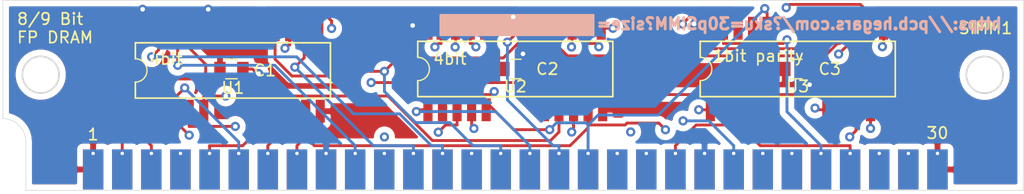
<source format=kicad_pcb>
(kicad_pcb (version 20171130) (host pcbnew "(5.1.8)-1")

  (general
    (thickness 1.2)
    (drawings 18)
    (tracks 397)
    (zones 0)
    (modules 7)
    (nets 32)
  )

  (page A4)
  (layers
    (0 F.Cu mixed)
    (1 In1.Cu mixed)
    (2 In2.Cu mixed)
    (31 B.Cu mixed)
    (32 B.Adhes user)
    (33 F.Adhes user)
    (34 B.Paste user)
    (35 F.Paste user)
    (36 B.SilkS user)
    (37 F.SilkS user)
    (38 B.Mask user)
    (39 F.Mask user)
    (40 Dwgs.User user)
    (41 Cmts.User user)
    (42 Eco1.User user)
    (43 Eco2.User user)
    (44 Edge.Cuts user)
    (45 Margin user)
    (46 B.CrtYd user)
    (47 F.CrtYd user)
    (48 B.Fab user)
    (49 F.Fab user)
  )

  (setup
    (last_trace_width 0.25)
    (trace_clearance 0.2)
    (zone_clearance 0.508)
    (zone_45_only no)
    (trace_min 0.2)
    (via_size 0.8)
    (via_drill 0.4)
    (via_min_size 0.4)
    (via_min_drill 0.3)
    (uvia_size 0.3)
    (uvia_drill 0.1)
    (uvias_allowed no)
    (uvia_min_size 0.2)
    (uvia_min_drill 0.1)
    (edge_width 0.05)
    (segment_width 0.2)
    (pcb_text_width 0.3)
    (pcb_text_size 1.5 1.5)
    (mod_edge_width 0.12)
    (mod_text_size 1 1)
    (mod_text_width 0.15)
    (pad_size 1.524 1.524)
    (pad_drill 0.762)
    (pad_to_mask_clearance 0)
    (aux_axis_origin 0 0)
    (visible_elements 7FFFFFFF)
    (pcbplotparams
      (layerselection 0x010fc_ffffffff)
      (usegerberextensions false)
      (usegerberattributes true)
      (usegerberadvancedattributes true)
      (creategerberjobfile true)
      (excludeedgelayer true)
      (linewidth 0.100000)
      (plotframeref false)
      (viasonmask false)
      (mode 1)
      (useauxorigin false)
      (hpglpennumber 1)
      (hpglpenspeed 20)
      (hpglpendiameter 15.000000)
      (psnegative false)
      (psa4output false)
      (plotreference true)
      (plotvalue true)
      (plotinvisibletext false)
      (padsonsilk false)
      (subtractmaskfromsilk false)
      (outputformat 1)
      (mirror false)
      (drillshape 1)
      (scaleselection 1)
      (outputdirectory ""))
  )

  (net 0 "")
  (net 1 +5V)
  (net 2 /WE)
  (net 3 /DQ5)
  (net 4 /DP)
  (net 5 /CASP)
  (net 6 /RAS)
  (net 7 /A10)
  (net 8 /QP)
  (net 9 /A8)
  (net 10 /DQ7)
  (net 11 GND)
  (net 12 /A9)
  (net 13 /A11)
  (net 14 /DQ6)
  (net 15 /A5)
  (net 16 /A4)
  (net 17 /DQ2)
  (net 18 /DQ4)
  (net 19 /DQ3)
  (net 20 /A7)
  (net 21 /A6)
  (net 22 /A2)
  (net 23 /A3)
  (net 24 /DQ1)
  (net 25 /A1)
  (net 26 /A0)
  (net 27 /DQ0)
  (net 28 /CAS)
  (net 29 "Net-(U3-Pad4)")
  (net 30 "Net-(U3-Pad5)")
  (net 31 "Net-(U3-Pad17)")

  (net_class Default "This is the default net class."
    (clearance 0.2)
    (trace_width 0.25)
    (via_dia 0.8)
    (via_drill 0.4)
    (uvia_dia 0.3)
    (uvia_drill 0.1)
    (add_net +5V)
    (add_net /A0)
    (add_net /A1)
    (add_net /A10)
    (add_net /A11)
    (add_net /A2)
    (add_net /A3)
    (add_net /A4)
    (add_net /A5)
    (add_net /A6)
    (add_net /A7)
    (add_net /A8)
    (add_net /A9)
    (add_net /CAS)
    (add_net /CASP)
    (add_net /DP)
    (add_net /DQ0)
    (add_net /DQ1)
    (add_net /DQ2)
    (add_net /DQ3)
    (add_net /DQ4)
    (add_net /DQ5)
    (add_net /DQ6)
    (add_net /DQ7)
    (add_net /QP)
    (add_net /RAS)
    (add_net /WE)
    (add_net GND)
    (add_net "Net-(U3-Pad17)")
    (add_net "Net-(U3-Pad4)")
    (add_net "Net-(U3-Pad5)")
  )

  (module Sebs:30pinSIMM (layer F.Cu) (tedit 5FEDEB24) (tstamp 5FEDE8B2)
    (at 99.441 111.379)
    (path /5FED8101)
    (fp_text reference SIMM1 (at 85.725 -14.224 180) (layer F.SilkS)
      (effects (font (size 1 1) (thickness 0.15)))
    )
    (fp_text value 30pinSIMM (at 5.08 -13.208) (layer F.Fab)
      (effects (font (size 1 1) (thickness 0.15)))
    )
    (fp_line (start 43.561 -3.937) (end 45.72 -3.937) (layer F.Fab) (width 0.12))
    (fp_line (start 44.704 0) (end 44.704 -3.937) (layer F.Fab) (width 0.12))
    (fp_circle (center 85.622 -10.16) (end 87.122 -10.16) (layer F.Fab) (width 0.12))
    (fp_line (start 85.647 -10.16) (end 89.027 -10.16) (layer F.Fab) (width 0.12))
    (fp_line (start 85.647 0) (end 85.647 -10.16) (layer F.Fab) (width 0.12))
    (fp_line (start 2.032 0) (end 89.03 0) (layer F.Fab) (width 0.12))
    (fp_line (start 0 -10.16) (end 3.38 -10.16) (layer F.Fab) (width 0.12))
    (fp_line (start 3.38 0) (end 3.38 -10.16) (layer F.Fab) (width 0.12))
    (fp_circle (center 3.326 -10.16) (end 4.826 -10.16) (layer F.Fab) (width 0.12))
    (fp_line (start 89.03 0) (end 89.03 -16.59) (layer F.Fab) (width 0.12))
    (fp_line (start 0 -6.35) (end 0 -16.59) (layer F.Fab) (width 0.12))
    (fp_line (start 2.032 0) (end 2.032 -4.318002) (layer F.Fab) (width 0.12))
    (fp_line (start 0 -16.59) (end 89.03 -16.59) (layer F.Fab) (width 0.12))
    (fp_line (start 43.561 -3.937) (end 44.704 -5.207) (layer F.Fab) (width 0.12))
    (fp_line (start 44.704 -5.207) (end 45.72 -3.937) (layer F.Fab) (width 0.12))
    (fp_arc (start 0 -4.318002) (end 2.032 -4.318002) (angle -89.9) (layer F.Fab) (width 0.12))
    (fp_text user 30 (at 81.534 -5.08) (layer F.SilkS)
      (effects (font (size 1 1) (thickness 0.15)))
    )
    (fp_text user 1 (at 7.874 -4.953) (layer F.SilkS)
      (effects (font (size 1 1) (thickness 0.15)))
    )
    (pad 21 thru_hole rect (at 58.674 -3.302) (size 1.78 3.5) (drill 0.3 (offset 0 1.4)) (layers *.Cu *.Mask)
      (net 2 /WE))
    (pad 20 thru_hole rect (at 56.134 -3.302) (size 1.78 3.5) (drill 0.3 (offset 0 1.4)) (layers *.Cu *.Mask)
      (net 3 /DQ5))
    (pad 29 thru_hole rect (at 78.994 -3.302) (size 1.78 3.5) (drill 0.3 (offset 0 1.4)) (layers *.Cu *.Mask)
      (net 4 /DP))
    (pad 28 thru_hole rect (at 76.454 -3.302) (size 1.78 3.5) (drill 0.3 (offset 0 1.4)) (layers *.Cu *.Mask)
      (net 5 /CASP))
    (pad 27 thru_hole rect (at 73.914 -3.302) (size 1.78 3.5) (drill 0.3 (offset 0 1.4)) (layers *.Cu *.Mask)
      (net 6 /RAS))
    (pad 19 thru_hole rect (at 53.594 -3.302) (size 1.78 3.5) (drill 0.3 (offset 0 1.4)) (layers *.Cu *.Mask)
      (net 7 /A10))
    (pad 30 thru_hole rect (at 81.534 -3.302) (size 1.78 3.5) (drill 0.3 (offset 0 1.4)) (layers *.Cu *.Mask)
      (net 1 +5V))
    (pad 26 thru_hole rect (at 71.374 -3.302) (size 1.78 3.5) (drill 0.3 (offset 0 1.4)) (layers *.Cu *.Mask)
      (net 8 /QP))
    (pad 17 thru_hole rect (at 48.514 -3.302) (size 1.78 3.5) (drill 0.3 (offset 0 1.4)) (layers *.Cu *.Mask)
      (net 9 /A8))
    (pad 25 thru_hole rect (at 68.834 -3.302) (size 1.78 3.5) (drill 0.3 (offset 0 1.4)) (layers *.Cu *.Mask)
      (net 10 /DQ7))
    (pad 22 thru_hole rect (at 61.214 -3.302) (size 1.78 3.5) (drill 0.3 (offset 0 1.4)) (layers *.Cu *.Mask)
      (net 11 GND))
    (pad 18 thru_hole rect (at 51.054 -3.302) (size 1.78 3.5) (drill 0.3 (offset 0 1.4)) (layers *.Cu *.Mask)
      (net 12 /A9))
    (pad 24 thru_hole rect (at 66.294 -3.302) (size 1.78 3.5) (drill 0.3 (offset 0 1.4)) (layers *.Cu *.Mask)
      (net 13 /A11))
    (pad 23 thru_hole rect (at 63.754 -3.302) (size 1.78 3.5) (drill 0.3 (offset 0 1.4)) (layers *.Cu *.Mask)
      (net 14 /DQ6))
    (pad 12 thru_hole rect (at 35.814 -3.302) (size 1.78 3.5) (drill 0.3 (offset 0 1.4)) (layers *.Cu *.Mask)
      (net 15 /A5))
    (pad 11 thru_hole rect (at 33.274 -3.302) (size 1.78 3.5) (drill 0.3 (offset 0 1.4)) (layers *.Cu *.Mask)
      (net 16 /A4))
    (pad 10 thru_hole rect (at 30.734 -3.302) (size 1.78 3.5) (drill 0.3 (offset 0 1.4)) (layers *.Cu *.Mask)
      (net 17 /DQ2))
    (pad 16 thru_hole rect (at 45.974 -3.302) (size 1.78 3.5) (drill 0.3 (offset 0 1.4)) (layers *.Cu *.Mask)
      (net 18 /DQ4))
    (pad 13 thru_hole rect (at 38.354 -3.302) (size 1.78 3.5) (drill 0.3 (offset 0 1.4)) (layers *.Cu *.Mask)
      (net 19 /DQ3))
    (pad 9 thru_hole rect (at 28.194 -3.302) (size 1.78 3.5) (drill 0.3 (offset 0 1.4)) (layers *.Cu *.Mask)
      (net 11 GND))
    (pad 15 thru_hole rect (at 43.434 -3.302) (size 1.78 3.5) (drill 0.3 (offset 0 1.4)) (layers *.Cu *.Mask)
      (net 20 /A7))
    (pad 14 thru_hole rect (at 40.894 -3.302) (size 1.78 3.5) (drill 0.3 (offset 0 1.4)) (layers *.Cu *.Mask)
      (net 21 /A6))
    (pad 7 thru_hole rect (at 23.114 -3.302) (size 1.78 3.5) (drill 0.3 (offset 0 1.4)) (layers *.Cu *.Mask)
      (net 22 /A2))
    (pad 8 thru_hole rect (at 25.654 -3.302) (size 1.78 3.5) (drill 0.3 (offset 0 1.4)) (layers *.Cu *.Mask)
      (net 23 /A3))
    (pad 6 thru_hole rect (at 20.574 -3.302) (size 1.78 3.5) (drill 0.3 (offset 0 1.4)) (layers *.Cu *.Mask)
      (net 24 /DQ1))
    (pad 5 thru_hole rect (at 18.034 -3.302) (size 1.78 3.5) (drill 0.3 (offset 0 1.4)) (layers *.Cu *.Mask)
      (net 25 /A1))
    (pad 4 thru_hole rect (at 15.494 -3.302) (size 1.78 3.5) (drill 0.3 (offset 0 1.4)) (layers *.Cu *.Mask)
      (net 26 /A0))
    (pad 3 thru_hole rect (at 12.954 -3.302) (size 1.78 3.5) (drill 0.3 (offset 0 1.4)) (layers *.Cu *.Mask)
      (net 27 /DQ0))
    (pad 2 thru_hole rect (at 10.414 -3.302) (size 1.78 3.5) (drill 0.3 (offset 0 1.4)) (layers *.Cu *.Mask)
      (net 28 /CAS))
    (pad 1 thru_hole rect (at 7.874 -3.302) (size 1.78 3.5) (drill 0.3 (offset 0 1.4)) (layers *.Cu *.Mask)
      (net 1 +5V))
  )

  (module Sebs:SOJ-20-26-2 (layer F.Cu) (tedit 5FEEF050) (tstamp 5FEEEDEE)
    (at 168.783 100.711)
    (descr "SOJ 20 pins")
    (path /5FEF5E7D)
    (attr smd)
    (fp_text reference U3 (at 0 1.524) (layer F.SilkS)
      (effects (font (size 1 1) (thickness 0.15)))
    )
    (fp_text value JEDEC-FPDRAM_xMbx1 (at 0 -0.889) (layer F.Fab)
      (effects (font (size 1 1) (thickness 0.15)))
    )
    (fp_line (start 8.509 4.318) (end -8.509 4.318) (layer F.Fab) (width 0.12))
    (fp_line (start 8.509 -4.318) (end -8.509 -4.318) (layer F.Fab) (width 0.12))
    (fp_line (start 8.509 2.413) (end -8.509 2.413) (layer F.SilkS) (width 0.15))
    (fp_line (start 8.509 -2.413) (end 8.509 2.413) (layer F.SilkS) (width 0.15))
    (fp_line (start -8.509 -2.413) (end 8.509 -2.413) (layer F.SilkS) (width 0.15))
    (fp_line (start -8.509 2.413) (end -8.509 1.016) (layer F.SilkS) (width 0.15))
    (fp_line (start -8.509 4.318) (end -8.509 -4.318) (layer F.Fab) (width 0.12))
    (fp_line (start 8.509 -3.81) (end -8.509 -3.81) (layer F.Fab) (width 0.12))
    (fp_line (start 8.509 3.81) (end -8.509 3.81) (layer F.Fab) (width 0.12))
    (fp_line (start -8.509 -3.429) (end 8.509 -3.429) (layer F.Fab) (width 0.12))
    (fp_line (start -8.509 3.429) (end 8.509 3.429) (layer F.Fab) (width 0.12))
    (fp_line (start 8.509 4.318) (end 8.509 -4.318) (layer F.Fab) (width 0.12))
    (fp_line (start -8.509 -1.016) (end -8.509 -2.413) (layer F.SilkS) (width 0.15))
    (fp_arc (start -8.509 0) (end -8.509 1.016) (angle -180) (layer F.SilkS) (width 0.12))
    (pad 11 smd rect (at 7.493 -3.556) (size 0.8 2) (layers F.Cu F.Paste F.Mask)
      (net 16 /A4))
    (pad 12 smd rect (at 6.223 -3.556) (size 0.8 2) (layers F.Cu F.Paste F.Mask)
      (net 15 /A5))
    (pad 13 smd rect (at 4.953 -3.556) (size 0.8 2) (layers F.Cu F.Paste F.Mask)
      (net 21 /A6))
    (pad 14 smd rect (at 3.683 -3.556) (size 0.8 2) (layers F.Cu F.Paste F.Mask)
      (net 20 /A7))
    (pad 15 smd rect (at 2.413 -3.556) (size 0.8 2) (layers F.Cu F.Paste F.Mask)
      (net 9 /A8))
    (pad 16 smd rect (at -2.667 -3.556) (size 0.8 2) (layers F.Cu F.Paste F.Mask)
      (net 12 /A9))
    (pad 17 smd rect (at -3.937 -3.556) (size 0.8 2) (layers F.Cu F.Paste F.Mask)
      (net 31 "Net-(U3-Pad17)"))
    (pad 18 smd rect (at -5.207 -3.556) (size 0.8 2) (layers F.Cu F.Paste F.Mask)
      (net 5 /CASP))
    (pad 19 smd rect (at -6.477 -3.556) (size 0.8 2) (layers F.Cu F.Paste F.Mask)
      (net 8 /QP))
    (pad 20 smd rect (at -7.62 -3.556) (size 0.8 2) (layers F.Cu F.Paste F.Mask)
      (net 11 GND))
    (pad 1 smd rect (at -7.62 3.556) (size 0.8 2) (layers F.Cu F.Paste F.Mask)
      (net 4 /DP))
    (pad 2 smd rect (at -6.35 3.556) (size 0.8 2) (layers F.Cu F.Paste F.Mask)
      (net 2 /WE))
    (pad 3 smd rect (at -5.08 3.556) (size 0.8 2) (layers F.Cu F.Paste F.Mask)
      (net 6 /RAS))
    (pad 4 smd rect (at -3.81 3.556) (size 0.8 2) (layers F.Cu F.Paste F.Mask)
      (net 29 "Net-(U3-Pad4)"))
    (pad 5 smd rect (at -2.54 3.556) (size 0.8 2) (layers F.Cu F.Paste F.Mask)
      (net 30 "Net-(U3-Pad5)"))
    (pad 6 smd rect (at 2.54 3.556) (size 0.8 2) (layers F.Cu F.Paste F.Mask)
      (net 26 /A0))
    (pad 7 smd rect (at 3.81 3.556) (size 0.8 2) (layers F.Cu F.Paste F.Mask)
      (net 25 /A1))
    (pad 8 smd rect (at 5.08 3.556) (size 0.8 2) (layers F.Cu F.Paste F.Mask)
      (net 22 /A2))
    (pad 9 smd rect (at 6.35 3.556) (size 0.8 2) (layers F.Cu F.Paste F.Mask)
      (net 23 /A3))
    (pad 10 smd rect (at 7.62 3.556) (size 0.8 2) (layers F.Cu F.Paste F.Mask)
      (net 1 +5V))
    (model SMD_Packages.3dshapes/SOJ-32.wrl
      (at (xyz 0 0 0))
      (scale (xyz 0.5 0.55 0.5))
      (rotate (xyz 0 0 0))
    )
  )

  (module Sebs:SOJ-20-26-2 (layer F.Cu) (tedit 5FEEF050) (tstamp 5FEEEDC8)
    (at 144.145 100.711)
    (descr "SOJ 20 pins")
    (path /5FEF7430)
    (attr smd)
    (fp_text reference U2 (at 0 1.524) (layer F.SilkS)
      (effects (font (size 1 1) (thickness 0.15)))
    )
    (fp_text value JEDEC-FPDRAM_xMbx4 (at 0 -0.889) (layer F.Fab)
      (effects (font (size 1 1) (thickness 0.15)))
    )
    (fp_line (start 8.509 4.318) (end -8.509 4.318) (layer F.Fab) (width 0.12))
    (fp_line (start 8.509 -4.318) (end -8.509 -4.318) (layer F.Fab) (width 0.12))
    (fp_line (start 8.509 2.413) (end -8.509 2.413) (layer F.SilkS) (width 0.15))
    (fp_line (start 8.509 -2.413) (end 8.509 2.413) (layer F.SilkS) (width 0.15))
    (fp_line (start -8.509 -2.413) (end 8.509 -2.413) (layer F.SilkS) (width 0.15))
    (fp_line (start -8.509 2.413) (end -8.509 1.016) (layer F.SilkS) (width 0.15))
    (fp_line (start -8.509 4.318) (end -8.509 -4.318) (layer F.Fab) (width 0.12))
    (fp_line (start 8.509 -3.81) (end -8.509 -3.81) (layer F.Fab) (width 0.12))
    (fp_line (start 8.509 3.81) (end -8.509 3.81) (layer F.Fab) (width 0.12))
    (fp_line (start -8.509 -3.429) (end 8.509 -3.429) (layer F.Fab) (width 0.12))
    (fp_line (start -8.509 3.429) (end 8.509 3.429) (layer F.Fab) (width 0.12))
    (fp_line (start 8.509 4.318) (end 8.509 -4.318) (layer F.Fab) (width 0.12))
    (fp_line (start -8.509 -1.016) (end -8.509 -2.413) (layer F.SilkS) (width 0.15))
    (fp_arc (start -8.509 0) (end -8.509 1.016) (angle -180) (layer F.SilkS) (width 0.12))
    (pad 11 smd rect (at 7.493 -3.556) (size 0.8 2) (layers F.Cu F.Paste F.Mask)
      (net 16 /A4))
    (pad 12 smd rect (at 6.223 -3.556) (size 0.8 2) (layers F.Cu F.Paste F.Mask)
      (net 15 /A5))
    (pad 13 smd rect (at 4.953 -3.556) (size 0.8 2) (layers F.Cu F.Paste F.Mask)
      (net 21 /A6))
    (pad 14 smd rect (at 3.683 -3.556) (size 0.8 2) (layers F.Cu F.Paste F.Mask)
      (net 20 /A7))
    (pad 15 smd rect (at 2.413 -3.556) (size 0.8 2) (layers F.Cu F.Paste F.Mask)
      (net 9 /A8))
    (pad 16 smd rect (at -2.667 -3.556) (size 0.8 2) (layers F.Cu F.Paste F.Mask)
      (net 11 GND))
    (pad 17 smd rect (at -3.937 -3.556) (size 0.8 2) (layers F.Cu F.Paste F.Mask)
      (net 28 /CAS))
    (pad 18 smd rect (at -5.207 -3.556) (size 0.8 2) (layers F.Cu F.Paste F.Mask)
      (net 14 /DQ6))
    (pad 19 smd rect (at -6.477 -3.556) (size 0.8 2) (layers F.Cu F.Paste F.Mask)
      (net 10 /DQ7))
    (pad 20 smd rect (at -7.62 -3.556) (size 0.8 2) (layers F.Cu F.Paste F.Mask)
      (net 11 GND))
    (pad 1 smd rect (at -7.62 3.556) (size 0.8 2) (layers F.Cu F.Paste F.Mask)
      (net 18 /DQ4))
    (pad 2 smd rect (at -6.35 3.556) (size 0.8 2) (layers F.Cu F.Paste F.Mask)
      (net 3 /DQ5))
    (pad 3 smd rect (at -5.08 3.556) (size 0.8 2) (layers F.Cu F.Paste F.Mask)
      (net 2 /WE))
    (pad 4 smd rect (at -3.81 3.556) (size 0.8 2) (layers F.Cu F.Paste F.Mask)
      (net 6 /RAS))
    (pad 5 smd rect (at -2.54 3.556) (size 0.8 2) (layers F.Cu F.Paste F.Mask)
      (net 12 /A9))
    (pad 6 smd rect (at 2.54 3.556) (size 0.8 2) (layers F.Cu F.Paste F.Mask)
      (net 26 /A0))
    (pad 7 smd rect (at 3.81 3.556) (size 0.8 2) (layers F.Cu F.Paste F.Mask)
      (net 25 /A1))
    (pad 8 smd rect (at 5.08 3.556) (size 0.8 2) (layers F.Cu F.Paste F.Mask)
      (net 22 /A2))
    (pad 9 smd rect (at 6.35 3.556) (size 0.8 2) (layers F.Cu F.Paste F.Mask)
      (net 23 /A3))
    (pad 10 smd rect (at 7.62 3.556) (size 0.8 2) (layers F.Cu F.Paste F.Mask)
      (net 1 +5V))
    (model SMD_Packages.3dshapes/SOJ-32.wrl
      (at (xyz 0 0 0))
      (scale (xyz 0.5 0.55 0.5))
      (rotate (xyz 0 0 0))
    )
  )

  (module Sebs:SOJ-20-26-2 (layer F.Cu) (tedit 5FEEF050) (tstamp 5FEEEDA2)
    (at 119.507 100.838)
    (descr "SOJ 20 pins")
    (path /5FEF87B9)
    (attr smd)
    (fp_text reference U1 (at 0 1.524) (layer F.SilkS)
      (effects (font (size 1 1) (thickness 0.15)))
    )
    (fp_text value JEDEC-FPDRAM_xMbx4 (at 0 -0.889) (layer F.Fab)
      (effects (font (size 1 1) (thickness 0.15)))
    )
    (fp_line (start 8.509 4.318) (end -8.509 4.318) (layer F.Fab) (width 0.12))
    (fp_line (start 8.509 -4.318) (end -8.509 -4.318) (layer F.Fab) (width 0.12))
    (fp_line (start 8.509 2.413) (end -8.509 2.413) (layer F.SilkS) (width 0.15))
    (fp_line (start 8.509 -2.413) (end 8.509 2.413) (layer F.SilkS) (width 0.15))
    (fp_line (start -8.509 -2.413) (end 8.509 -2.413) (layer F.SilkS) (width 0.15))
    (fp_line (start -8.509 2.413) (end -8.509 1.016) (layer F.SilkS) (width 0.15))
    (fp_line (start -8.509 4.318) (end -8.509 -4.318) (layer F.Fab) (width 0.12))
    (fp_line (start 8.509 -3.81) (end -8.509 -3.81) (layer F.Fab) (width 0.12))
    (fp_line (start 8.509 3.81) (end -8.509 3.81) (layer F.Fab) (width 0.12))
    (fp_line (start -8.509 -3.429) (end 8.509 -3.429) (layer F.Fab) (width 0.12))
    (fp_line (start -8.509 3.429) (end 8.509 3.429) (layer F.Fab) (width 0.12))
    (fp_line (start 8.509 4.318) (end 8.509 -4.318) (layer F.Fab) (width 0.12))
    (fp_line (start -8.509 -1.016) (end -8.509 -2.413) (layer F.SilkS) (width 0.15))
    (fp_arc (start -8.509 0) (end -8.509 1.016) (angle -180) (layer F.SilkS) (width 0.12))
    (pad 11 smd rect (at 7.493 -3.556) (size 0.8 2) (layers F.Cu F.Paste F.Mask)
      (net 16 /A4))
    (pad 12 smd rect (at 6.223 -3.556) (size 0.8 2) (layers F.Cu F.Paste F.Mask)
      (net 15 /A5))
    (pad 13 smd rect (at 4.953 -3.556) (size 0.8 2) (layers F.Cu F.Paste F.Mask)
      (net 21 /A6))
    (pad 14 smd rect (at 3.683 -3.556) (size 0.8 2) (layers F.Cu F.Paste F.Mask)
      (net 20 /A7))
    (pad 15 smd rect (at 2.413 -3.556) (size 0.8 2) (layers F.Cu F.Paste F.Mask)
      (net 9 /A8))
    (pad 16 smd rect (at -2.667 -3.556) (size 0.8 2) (layers F.Cu F.Paste F.Mask)
      (net 11 GND))
    (pad 17 smd rect (at -3.937 -3.556) (size 0.8 2) (layers F.Cu F.Paste F.Mask)
      (net 28 /CAS))
    (pad 18 smd rect (at -5.207 -3.556) (size 0.8 2) (layers F.Cu F.Paste F.Mask)
      (net 17 /DQ2))
    (pad 19 smd rect (at -6.477 -3.556) (size 0.8 2) (layers F.Cu F.Paste F.Mask)
      (net 19 /DQ3))
    (pad 20 smd rect (at -7.62 -3.556) (size 0.8 2) (layers F.Cu F.Paste F.Mask)
      (net 11 GND))
    (pad 1 smd rect (at -7.62 3.556) (size 0.8 2) (layers F.Cu F.Paste F.Mask)
      (net 27 /DQ0))
    (pad 2 smd rect (at -6.35 3.556) (size 0.8 2) (layers F.Cu F.Paste F.Mask)
      (net 24 /DQ1))
    (pad 3 smd rect (at -5.08 3.556) (size 0.8 2) (layers F.Cu F.Paste F.Mask)
      (net 2 /WE))
    (pad 4 smd rect (at -3.81 3.556) (size 0.8 2) (layers F.Cu F.Paste F.Mask)
      (net 6 /RAS))
    (pad 5 smd rect (at -2.54 3.556) (size 0.8 2) (layers F.Cu F.Paste F.Mask)
      (net 12 /A9))
    (pad 6 smd rect (at 2.54 3.556) (size 0.8 2) (layers F.Cu F.Paste F.Mask)
      (net 25 /A1))
    (pad 7 smd rect (at 3.81 3.556) (size 0.8 2) (layers F.Cu F.Paste F.Mask)
      (net 25 /A1))
    (pad 8 smd rect (at 5.08 3.556) (size 0.8 2) (layers F.Cu F.Paste F.Mask)
      (net 22 /A2))
    (pad 9 smd rect (at 6.35 3.556) (size 0.8 2) (layers F.Cu F.Paste F.Mask)
      (net 23 /A3))
    (pad 10 smd rect (at 7.62 3.556) (size 0.8 2) (layers F.Cu F.Paste F.Mask)
      (net 1 +5V))
    (model SMD_Packages.3dshapes/SOJ-32.wrl
      (at (xyz 0 0 0))
      (scale (xyz 0.5 0.55 0.5))
      (rotate (xyz 0 0 0))
    )
  )

  (module Capacitors_SMD:C_0805 (layer F.Cu) (tedit 58AA8463) (tstamp 5FEDE8B5)
    (at 168.656 100.711 180)
    (descr "Capacitor SMD 0805, reflow soldering, AVX (see smccp.pdf)")
    (tags "capacitor 0805")
    (path /5FEF7C2C)
    (attr smd)
    (fp_text reference C3 (at -2.921 0) (layer F.SilkS)
      (effects (font (size 1 1) (thickness 0.15)))
    )
    (fp_text value C (at 0 1.75) (layer F.Fab)
      (effects (font (size 1 1) (thickness 0.15)))
    )
    (fp_line (start -1 0.62) (end -1 -0.62) (layer F.Fab) (width 0.1))
    (fp_line (start 1 0.62) (end -1 0.62) (layer F.Fab) (width 0.1))
    (fp_line (start 1 -0.62) (end 1 0.62) (layer F.Fab) (width 0.1))
    (fp_line (start -1 -0.62) (end 1 -0.62) (layer F.Fab) (width 0.1))
    (fp_line (start 0.5 -0.85) (end -0.5 -0.85) (layer F.SilkS) (width 0.12))
    (fp_line (start -0.5 0.85) (end 0.5 0.85) (layer F.SilkS) (width 0.12))
    (fp_line (start -1.75 -0.88) (end 1.75 -0.88) (layer F.CrtYd) (width 0.05))
    (fp_line (start -1.75 -0.88) (end -1.75 0.87) (layer F.CrtYd) (width 0.05))
    (fp_line (start 1.75 0.87) (end 1.75 -0.88) (layer F.CrtYd) (width 0.05))
    (fp_line (start 1.75 0.87) (end -1.75 0.87) (layer F.CrtYd) (width 0.05))
    (fp_text user %R (at -2.921 0) (layer F.Fab)
      (effects (font (size 1 1) (thickness 0.15)))
    )
    (pad 1 smd rect (at -1 0 180) (size 1 1.25) (layers F.Cu F.Paste F.Mask)
      (net 11 GND))
    (pad 2 smd rect (at 1 0 180) (size 1 1.25) (layers F.Cu F.Paste F.Mask)
      (net 1 +5V))
    (model Capacitors_SMD.3dshapes/C_0805.wrl
      (at (xyz 0 0 0))
      (scale (xyz 1 1 1))
      (rotate (xyz 0 0 0))
    )
  )

  (module Capacitors_SMD:C_0805 (layer F.Cu) (tedit 58AA8463) (tstamp 5FEDE87E)
    (at 144.145 100.711 180)
    (descr "Capacitor SMD 0805, reflow soldering, AVX (see smccp.pdf)")
    (tags "capacitor 0805")
    (path /5FEF4821)
    (attr smd)
    (fp_text reference C2 (at -2.794 0) (layer F.SilkS)
      (effects (font (size 1 1) (thickness 0.15)))
    )
    (fp_text value C (at 0 1.75) (layer F.Fab)
      (effects (font (size 1 1) (thickness 0.15)))
    )
    (fp_line (start -1 0.62) (end -1 -0.62) (layer F.Fab) (width 0.1))
    (fp_line (start 1 0.62) (end -1 0.62) (layer F.Fab) (width 0.1))
    (fp_line (start 1 -0.62) (end 1 0.62) (layer F.Fab) (width 0.1))
    (fp_line (start -1 -0.62) (end 1 -0.62) (layer F.Fab) (width 0.1))
    (fp_line (start 0.5 -0.85) (end -0.5 -0.85) (layer F.SilkS) (width 0.12))
    (fp_line (start -0.5 0.85) (end 0.5 0.85) (layer F.SilkS) (width 0.12))
    (fp_line (start -1.75 -0.88) (end 1.75 -0.88) (layer F.CrtYd) (width 0.05))
    (fp_line (start -1.75 -0.88) (end -1.75 0.87) (layer F.CrtYd) (width 0.05))
    (fp_line (start 1.75 0.87) (end 1.75 -0.88) (layer F.CrtYd) (width 0.05))
    (fp_line (start 1.75 0.87) (end -1.75 0.87) (layer F.CrtYd) (width 0.05))
    (fp_text user %R (at -2.794 0) (layer F.Fab)
      (effects (font (size 1 1) (thickness 0.15)))
    )
    (pad 1 smd rect (at -1 0 180) (size 1 1.25) (layers F.Cu F.Paste F.Mask)
      (net 11 GND))
    (pad 2 smd rect (at 1 0 180) (size 1 1.25) (layers F.Cu F.Paste F.Mask)
      (net 1 +5V))
    (model Capacitors_SMD.3dshapes/C_0805.wrl
      (at (xyz 0 0 0))
      (scale (xyz 1 1 1))
      (rotate (xyz 0 0 0))
    )
  )

  (module Capacitors_SMD:C_0805 (layer F.Cu) (tedit 58AA8463) (tstamp 5FEDE87B)
    (at 119.38 100.711 180)
    (descr "Capacitor SMD 0805, reflow soldering, AVX (see smccp.pdf)")
    (tags "capacitor 0805")
    (path /5FEF3D29)
    (attr smd)
    (fp_text reference C1 (at -2.921 -0.127) (layer F.SilkS)
      (effects (font (size 1 1) (thickness 0.15)))
    )
    (fp_text value C (at 0 1.75) (layer F.Fab)
      (effects (font (size 1 1) (thickness 0.15)))
    )
    (fp_line (start -1 0.62) (end -1 -0.62) (layer F.Fab) (width 0.1))
    (fp_line (start 1 0.62) (end -1 0.62) (layer F.Fab) (width 0.1))
    (fp_line (start 1 -0.62) (end 1 0.62) (layer F.Fab) (width 0.1))
    (fp_line (start -1 -0.62) (end 1 -0.62) (layer F.Fab) (width 0.1))
    (fp_line (start 0.5 -0.85) (end -0.5 -0.85) (layer F.SilkS) (width 0.12))
    (fp_line (start -0.5 0.85) (end 0.5 0.85) (layer F.SilkS) (width 0.12))
    (fp_line (start -1.75 -0.88) (end 1.75 -0.88) (layer F.CrtYd) (width 0.05))
    (fp_line (start -1.75 -0.88) (end -1.75 0.87) (layer F.CrtYd) (width 0.05))
    (fp_line (start 1.75 0.87) (end 1.75 -0.88) (layer F.CrtYd) (width 0.05))
    (fp_line (start 1.75 0.87) (end -1.75 0.87) (layer F.CrtYd) (width 0.05))
    (fp_text user %R (at -2.921 -0.127) (layer F.Fab)
      (effects (font (size 1 1) (thickness 0.15)))
    )
    (pad 1 smd rect (at -1 0 180) (size 1 1.25) (layers F.Cu F.Paste F.Mask)
      (net 11 GND))
    (pad 2 smd rect (at 1 0 180) (size 1 1.25) (layers F.Cu F.Paste F.Mask)
      (net 1 +5V))
    (model Capacitors_SMD.3dshapes/C_0805.wrl
      (at (xyz 0 0 0))
      (scale (xyz 1 1 1))
      (rotate (xyz 0 0 0))
    )
  )

  (gr_text "8/9 Bit \nFP DRAM" (at 100.584 97.155) (layer F.SilkS)
    (effects (font (size 1 1) (thickness 0.15)) (justify left))
  )
  (gr_text "1bit parity" (at 165.354 99.568) (layer F.SilkS)
    (effects (font (size 1 1) (thickness 0.15)))
  )
  (gr_text 4bit (at 138.43 99.822) (layer F.SilkS)
    (effects (font (size 1 1) (thickness 0.15)))
  )
  (gr_text 4bit (at 113.665 99.822) (layer F.SilkS)
    (effects (font (size 1 1) (thickness 0.15)))
  )
  (gr_circle (center 185.071 101.219) (end 187.071 101.219) (layer F.CrtYd) (width 0.15) (tstamp 5FED70B4))
  (gr_circle (center 185.071 101.219) (end 187.071 101.219) (layer B.CrtYd) (width 0.15) (tstamp 5FED70B2))
  (gr_circle (center 102.7369 101.219) (end 104.7369 101.219) (layer B.CrtYd) (width 0.15) (tstamp 5FED70AE))
  (gr_circle (center 102.7432 101.219) (end 104.7432 101.219) (layer F.CrtYd) (width 0.15) (tstamp 5FED70A2))
  (gr_circle (center 102.743 101.2063) (end 104.343 101.2063) (layer Edge.Cuts) (width 0.15) (tstamp 5FED709E))
  (gr_circle (center 185.09 101.219) (end 186.69 101.219) (layer Edge.Cuts) (width 0.15))
  (gr_poly (pts (xy 151.003 97.79) (xy 137.5791 97.79) (xy 137.5791 95.9612) (xy 151.003 95.9612)) (layer B.SilkS) (width 0.1))
  (gr_text https://pcb.hegars.com/?sku=30pSIMM?size= (at 168.91 96.774) (layer B.SilkS)
    (effects (font (size 1 1) (thickness 0.25)) (justify mirror))
  )
  (gr_arc (start 99.441 107.04834) (end 101.4476 107.06104) (angle -90.36262667) (layer Edge.Cuts) (width 0.05))
  (gr_line (start 188.468 94.7166) (end 188.468 111.3028) (layer Edge.Cuts) (width 0.05))
  (gr_line (start 99.441 94.7166) (end 188.468 94.7166) (layer Edge.Cuts) (width 0.05))
  (gr_line (start 99.441 105.0417) (end 99.441 94.7166) (layer Edge.Cuts) (width 0.05))
  (gr_line (start 101.4476 111.3028) (end 101.4476 107.06104) (layer Edge.Cuts) (width 0.05))
  (gr_line (start 188.468 111.3028) (end 101.4476 111.3028) (layer Edge.Cuts) (width 0.05))

  (segment (start 151.765 104.267) (end 151.765 103.89) (width 0.25) (layer F.Cu) (net 1))
  (segment (start 151.765 104.775) (end 151.765 104.267) (width 0.25) (layer F.Cu) (net 1))
  (segment (start 176.276 104.648) (end 176.276 103.763) (width 0.25) (layer F.Cu) (net 1))
  (segment (start 127 104.775) (end 127 103.89) (width 0.25) (layer F.Cu) (net 1))
  (segment (start 114.427 105.7193) (end 114.9268 105.7193) (width 0.25) (layer F.Cu) (net 2))
  (segment (start 114.9268 105.7193) (end 115.692 106.4845) (width 0.25) (layer F.Cu) (net 2))
  (segment (start 137.428 107.4017) (end 116.6092 107.4017) (width 0.25) (layer In1.Cu) (net 2))
  (segment (start 116.6092 107.4017) (end 115.692 106.4845) (width 0.25) (layer In1.Cu) (net 2))
  (segment (start 158.115 108.077) (end 158.115 107.4017) (width 0.25) (layer F.Cu) (net 2))
  (segment (start 162.433 104.267) (end 162.433 105.5923) (width 0.25) (layer F.Cu) (net 2))
  (segment (start 162.433 105.5923) (end 159.9244 105.5923) (width 0.25) (layer F.Cu) (net 2))
  (segment (start 159.9244 105.5923) (end 158.115 107.4017) (width 0.25) (layer F.Cu) (net 2))
  (segment (start 158.115 107.4017) (end 137.428 107.4017) (width 0.25) (layer In1.Cu) (net 2))
  (segment (start 137.428 106.2252) (end 137.428 107.4017) (width 0.25) (layer In1.Cu) (net 2))
  (segment (start 139.065 104.267) (end 139.065 105.5923) (width 0.25) (layer F.Cu) (net 2))
  (segment (start 139.065 105.5923) (end 138.0609 105.5923) (width 0.25) (layer F.Cu) (net 2))
  (segment (start 138.0609 105.5923) (end 137.428 106.2252) (width 0.25) (layer F.Cu) (net 2))
  (segment (start 114.427 104.394) (end 114.427 105.7193) (width 0.25) (layer F.Cu) (net 2))
  (segment (start 158.115 108.077) (end 158.115 107.4017) (width 0.25) (layer In1.Cu) (net 2))
  (via (at 137.428 106.2252) (size 0.8) (layers F.Cu B.Cu) (net 2))
  (via (at 115.692 106.4845) (size 0.8) (layers F.Cu B.Cu) (net 2))
  (segment (start 137.795 102.9417) (end 142.0424 102.9417) (width 0.25) (layer F.Cu) (net 3))
  (segment (start 142.0424 102.9417) (end 142.3051 102.679) (width 0.25) (layer F.Cu) (net 3))
  (segment (start 155.575 107.4017) (end 152.3927 107.4017) (width 0.25) (layer In2.Cu) (net 3))
  (segment (start 152.3927 107.4017) (end 147.67 102.679) (width 0.25) (layer In2.Cu) (net 3))
  (segment (start 147.67 102.679) (end 142.3051 102.679) (width 0.25) (layer In2.Cu) (net 3))
  (segment (start 155.575 108.077) (end 155.575 107.4017) (width 0.25) (layer In2.Cu) (net 3))
  (segment (start 137.795 104.267) (end 137.795 102.9417) (width 0.25) (layer F.Cu) (net 3))
  (via (at 142.3051 102.679) (size 0.8) (layers F.Cu B.Cu) (net 3))
  (segment (start 161.163 104.267) (end 160.1473 104.267) (width 0.25) (layer F.Cu) (net 4))
  (segment (start 178.435 107.4017) (end 176.0788 105.0455) (width 0.25) (layer In1.Cu) (net 4))
  (segment (start 176.0788 105.0455) (end 160.9258 105.0455) (width 0.25) (layer In1.Cu) (net 4))
  (segment (start 160.9258 105.0455) (end 160.1473 104.267) (width 0.25) (layer In1.Cu) (net 4))
  (segment (start 178.435 108.077) (end 178.435 107.4017) (width 0.25) (layer In1.Cu) (net 4))
  (via (at 160.1473 104.267) (size 0.8) (layers F.Cu B.Cu) (net 4))
  (segment (start 158.7185 96.7918) (end 158.7185 103.895) (width 0.25) (layer In1.Cu) (net 5))
  (segment (start 158.7185 103.895) (end 160.4327 105.6092) (width 0.25) (layer In1.Cu) (net 5))
  (segment (start 160.4327 105.6092) (end 173.7147 105.6092) (width 0.25) (layer In1.Cu) (net 5))
  (segment (start 173.7147 105.6092) (end 175.5072 107.4017) (width 0.25) (layer In1.Cu) (net 5))
  (segment (start 175.5072 107.4017) (end 175.895 107.4017) (width 0.25) (layer In1.Cu) (net 5))
  (segment (start 175.895 108.077) (end 175.895 107.4017) (width 0.25) (layer In1.Cu) (net 5))
  (segment (start 163.576 97.155) (end 163.576 95.8297) (width 0.25) (layer F.Cu) (net 5))
  (segment (start 163.576 95.8297) (end 163.1256 95.3793) (width 0.25) (layer F.Cu) (net 5))
  (segment (start 163.1256 95.3793) (end 160.131 95.3793) (width 0.25) (layer F.Cu) (net 5))
  (segment (start 160.131 95.3793) (end 158.7185 96.7918) (width 0.25) (layer F.Cu) (net 5))
  (via (at 158.7185 96.7918) (size 0.8) (layers F.Cu B.Cu) (net 5))
  (segment (start 173.355 108.077) (end 173.355 107.4017) (width 0.25) (layer In1.Cu) (net 6))
  (segment (start 173.355 107.4017) (end 172.6797 107.4017) (width 0.25) (layer In1.Cu) (net 6))
  (segment (start 172.6797 107.4017) (end 171.5604 106.2824) (width 0.25) (layer In1.Cu) (net 6))
  (segment (start 171.5604 106.2824) (end 158.7844 106.2824) (width 0.25) (layer In1.Cu) (net 6))
  (segment (start 158.7844 106.2824) (end 157.7777 105.2757) (width 0.25) (layer In1.Cu) (net 6))
  (segment (start 157.7777 105.2757) (end 141.1607 105.2757) (width 0.25) (layer In1.Cu) (net 6))
  (segment (start 141.1607 105.2757) (end 140.5355 105.9009) (width 0.25) (layer In1.Cu) (net 6))
  (segment (start 119.7178 105.7193) (end 120.286 105.1511) (width 0.25) (layer In2.Cu) (net 6))
  (segment (start 120.286 105.1511) (end 135.9809 105.1511) (width 0.25) (layer In2.Cu) (net 6))
  (segment (start 135.9809 105.1511) (end 136.1112 105.0208) (width 0.25) (layer In2.Cu) (net 6))
  (segment (start 136.1112 105.0208) (end 139.6554 105.0208) (width 0.25) (layer In2.Cu) (net 6))
  (segment (start 139.6554 105.0208) (end 140.5355 105.9009) (width 0.25) (layer In2.Cu) (net 6))
  (segment (start 115.697 105.7193) (end 119.7178 105.7193) (width 0.25) (layer F.Cu) (net 6))
  (segment (start 115.697 104.394) (end 115.697 105.7193) (width 0.25) (layer F.Cu) (net 6))
  (segment (start 140.335 104.267) (end 140.335 105.7004) (width 0.25) (layer F.Cu) (net 6))
  (segment (start 140.335 105.7004) (end 140.5355 105.9009) (width 0.25) (layer F.Cu) (net 6))
  (segment (start 163.703 105.5923) (end 165.5124 107.4017) (width 0.25) (layer F.Cu) (net 6))
  (segment (start 165.5124 107.4017) (end 173.355 107.4017) (width 0.25) (layer F.Cu) (net 6))
  (segment (start 173.355 108.077) (end 173.355 107.4017) (width 0.25) (layer F.Cu) (net 6))
  (segment (start 163.703 104.267) (end 163.703 105.5923) (width 0.25) (layer F.Cu) (net 6))
  (via (at 140.5355 105.9009) (size 0.8) (layers F.Cu B.Cu) (net 6))
  (via (at 119.7178 105.7193) (size 0.8) (layers F.Cu B.Cu) (net 6))
  (segment (start 170.815 108.077) (end 170.815 107.4017) (width 0.25) (layer B.Cu) (net 8))
  (segment (start 162.306 97.155) (end 162.306 98.4803) (width 0.25) (layer F.Cu) (net 8))
  (segment (start 167.844 98.1645) (end 167.844 104.4307) (width 0.25) (layer B.Cu) (net 8))
  (segment (start 167.844 104.4307) (end 170.815 107.4017) (width 0.25) (layer B.Cu) (net 8))
  (segment (start 162.306 98.4803) (end 167.5282 98.4803) (width 0.25) (layer F.Cu) (net 8))
  (segment (start 167.5282 98.4803) (end 167.844 98.1645) (width 0.25) (layer F.Cu) (net 8))
  (via (at 167.844 98.1645) (size 0.8) (layers F.Cu B.Cu) (net 8))
  (segment (start 171.196 97.155) (end 171.196 98.4803) (width 0.25) (layer F.Cu) (net 9))
  (segment (start 171.196 98.4803) (end 170.7364 98.9399) (width 0.25) (layer F.Cu) (net 9))
  (segment (start 170.7364 98.9399) (end 158.6507 98.9399) (width 0.25) (layer F.Cu) (net 9))
  (segment (start 158.6507 98.9399) (end 155.5405 95.8297) (width 0.25) (layer F.Cu) (net 9))
  (segment (start 155.5405 95.8297) (end 146.558 95.8297) (width 0.25) (layer F.Cu) (net 9))
  (segment (start 144.7344 95.8297) (end 144.7344 97.0925) (width 0.25) (layer F.Cu) (net 9))
  (segment (start 144.7344 97.0925) (end 143.458 98.3689) (width 0.25) (layer F.Cu) (net 9))
  (segment (start 121.92 95.9567) (end 122.5031 95.3736) (width 0.25) (layer F.Cu) (net 9))
  (segment (start 122.5031 95.3736) (end 144.2783 95.3736) (width 0.25) (layer F.Cu) (net 9))
  (segment (start 144.2783 95.3736) (end 144.7344 95.8297) (width 0.25) (layer F.Cu) (net 9))
  (segment (start 144.7344 95.8297) (end 146.558 95.8297) (width 0.25) (layer F.Cu) (net 9))
  (segment (start 147.955 108.077) (end 147.955 107.4017) (width 0.25) (layer B.Cu) (net 9))
  (segment (start 143.458 98.3689) (end 143.458 103.4112) (width 0.25) (layer B.Cu) (net 9))
  (segment (start 143.458 103.4112) (end 147.4485 107.4017) (width 0.25) (layer B.Cu) (net 9))
  (segment (start 147.4485 107.4017) (end 147.955 107.4017) (width 0.25) (layer B.Cu) (net 9))
  (segment (start 146.558 97.155) (end 146.558 95.8297) (width 0.25) (layer F.Cu) (net 9))
  (segment (start 121.92 97.282) (end 121.92 95.9567) (width 0.25) (layer F.Cu) (net 9))
  (via (at 143.458 98.3689) (size 0.8) (layers F.Cu B.Cu) (net 9))
  (segment (start 168.275 108.077) (end 168.275 107.4017) (width 0.25) (layer In1.Cu) (net 10))
  (segment (start 137.668 97.155) (end 137.668 98.4803) (width 0.25) (layer F.Cu) (net 10))
  (segment (start 137.1305 98.7897) (end 137.1305 103.5232) (width 0.25) (layer In1.Cu) (net 10))
  (segment (start 137.1305 103.5232) (end 140.5586 106.9513) (width 0.25) (layer In1.Cu) (net 10))
  (segment (start 140.5586 106.9513) (end 167.8246 106.9513) (width 0.25) (layer In1.Cu) (net 10))
  (segment (start 167.8246 106.9513) (end 168.275 107.4017) (width 0.25) (layer In1.Cu) (net 10))
  (segment (start 137.668 98.4803) (end 137.4399 98.4803) (width 0.25) (layer F.Cu) (net 10))
  (segment (start 137.4399 98.4803) (end 137.1305 98.7897) (width 0.25) (layer F.Cu) (net 10))
  (via (at 137.1305 98.7897) (size 0.8) (layers F.Cu B.Cu) (net 10))
  (segment (start 136.525 97.155) (end 136.525 95.8297) (width 0.25) (layer F.Cu) (net 11))
  (segment (start 141.478 97.155) (end 141.478 95.8297) (width 0.25) (layer F.Cu) (net 11))
  (segment (start 143.9553 96.1668) (end 143.6182 95.8297) (width 0.25) (layer F.Cu) (net 11))
  (segment (start 143.6182 95.8297) (end 141.478 95.8297) (width 0.25) (layer F.Cu) (net 11))
  (segment (start 169.8143 102.0763) (end 169.656 101.918) (width 0.25) (layer F.Cu) (net 11))
  (segment (start 169.656 101.918) (end 169.656 100.711) (width 0.25) (layer F.Cu) (net 11))
  (segment (start 161.163 97.155) (end 161.163 95.8297) (width 0.25) (layer F.Cu) (net 11))
  (segment (start 159.7481 96.7895) (end 159.7481 96.6694) (width 0.25) (layer F.Cu) (net 11))
  (segment (start 159.7481 96.6694) (end 160.5878 95.8297) (width 0.25) (layer F.Cu) (net 11))
  (segment (start 160.5878 95.8297) (end 161.163 95.8297) (width 0.25) (layer F.Cu) (net 11))
  (segment (start 144.8129 99.3885) (end 145.145 99.7206) (width 0.25) (layer F.Cu) (net 11))
  (segment (start 145.145 99.7206) (end 145.145 100.711) (width 0.25) (layer F.Cu) (net 11))
  (segment (start 120.38 100.711) (end 121.2053 100.711) (width 0.25) (layer F.Cu) (net 11))
  (segment (start 121.749 101.1115) (end 121.6058 101.1115) (width 0.25) (layer F.Cu) (net 11))
  (segment (start 121.6058 101.1115) (end 121.2053 100.711) (width 0.25) (layer F.Cu) (net 11))
  (segment (start 136.525 95.8297) (end 135.9725 95.8297) (width 0.25) (layer F.Cu) (net 11))
  (segment (start 135.9725 95.8297) (end 135.1908 96.6114) (width 0.25) (layer F.Cu) (net 11))
  (segment (start 135.1908 96.6114) (end 135.1908 96.9174) (width 0.25) (layer F.Cu) (net 11))
  (segment (start 116.84 97.282) (end 116.84 95.9567) (width 0.25) (layer F.Cu) (net 11))
  (segment (start 117.3543 95.5043) (end 116.9019 95.9567) (width 0.25) (layer F.Cu) (net 11))
  (segment (start 116.9019 95.9567) (end 116.84 95.9567) (width 0.25) (layer F.Cu) (net 11))
  (segment (start 111.6333 95.5043) (end 111.887 95.758) (width 0.25) (layer F.Cu) (net 11))
  (segment (start 111.887 95.758) (end 111.887 97.282) (width 0.25) (layer F.Cu) (net 11))
  (via (at 143.9553 96.1668) (size 0.8) (layers F.Cu B.Cu) (net 11))
  (via (at 169.8143 102.0763) (size 0.8) (layers F.Cu B.Cu) (net 11))
  (via (at 159.7481 96.7895) (size 0.8) (layers F.Cu B.Cu) (net 11))
  (via (at 144.8129 99.3885) (size 0.8) (layers F.Cu B.Cu) (net 11))
  (via (at 121.749 101.1115) (size 0.8) (layers F.Cu B.Cu) (net 11))
  (via (at 135.1908 96.9174) (size 0.8) (layers F.Cu B.Cu) (net 11))
  (via (at 117.3543 95.5043) (size 0.8) (layers F.Cu B.Cu) (net 11))
  (via (at 111.6333 95.5043) (size 0.8) (layers F.Cu B.Cu) (net 11))
  (segment (start 118.8866 103.0687) (end 119.5184 103.7005) (width 0.25) (layer In2.Cu) (net 12))
  (segment (start 119.5184 103.7005) (end 140.8027 103.7005) (width 0.25) (layer In2.Cu) (net 12))
  (segment (start 140.8027 103.7005) (end 143.1042 106.002) (width 0.25) (layer In2.Cu) (net 12))
  (segment (start 143.1042 106.002) (end 147.1421 106.002) (width 0.25) (layer In2.Cu) (net 12))
  (segment (start 165.9043 95.4408) (end 156.6155 104.7296) (width 0.25) (layer B.Cu) (net 12))
  (segment (start 156.6155 104.7296) (end 151.3704 104.7296) (width 0.25) (layer B.Cu) (net 12))
  (segment (start 151.3704 104.7296) (end 150.495 105.605) (width 0.25) (layer B.Cu) (net 12))
  (segment (start 118.8866 103.0687) (end 116.967 103.0687) (width 0.25) (layer F.Cu) (net 12))
  (segment (start 116.967 104.394) (end 116.967 103.0687) (width 0.25) (layer F.Cu) (net 12))
  (segment (start 150.495 105.605) (end 150.2954 105.4054) (width 0.25) (layer B.Cu) (net 12))
  (segment (start 150.2954 105.4054) (end 147.7387 105.4054) (width 0.25) (layer B.Cu) (net 12))
  (segment (start 147.7387 105.4054) (end 147.1421 106.002) (width 0.25) (layer B.Cu) (net 12))
  (segment (start 150.495 107.4017) (end 150.495 105.605) (width 0.25) (layer B.Cu) (net 12))
  (segment (start 166.116 97.155) (end 166.116 95.8297) (width 0.25) (layer F.Cu) (net 12))
  (segment (start 166.116 95.8297) (end 165.9043 95.618) (width 0.25) (layer F.Cu) (net 12))
  (segment (start 165.9043 95.618) (end 165.9043 95.4408) (width 0.25) (layer F.Cu) (net 12))
  (segment (start 150.495 108.077) (end 150.495 107.4017) (width 0.25) (layer B.Cu) (net 12))
  (segment (start 141.605 103.6043) (end 144.0027 106.002) (width 0.25) (layer F.Cu) (net 12))
  (segment (start 144.0027 106.002) (end 147.1421 106.002) (width 0.25) (layer F.Cu) (net 12))
  (segment (start 141.605 104.267) (end 141.605 103.6043) (width 0.25) (layer F.Cu) (net 12))
  (via (at 118.8866 103.0687) (size 0.8) (layers F.Cu B.Cu) (net 12))
  (via (at 165.9043 95.4408) (size 0.8) (layers F.Cu B.Cu) (net 12))
  (via (at 147.1421 106.002) (size 0.8) (layers F.Cu B.Cu) (net 12))
  (segment (start 158.7778 105.236) (end 158.1638 104.622) (width 0.25) (layer In1.Cu) (net 14))
  (segment (start 158.1638 104.622) (end 145.3489 104.622) (width 0.25) (layer In1.Cu) (net 14))
  (segment (start 145.3489 104.622) (end 139.527 98.8001) (width 0.25) (layer In1.Cu) (net 14))
  (segment (start 139.527 98.8001) (end 138.896 98.8001) (width 0.25) (layer In1.Cu) (net 14))
  (segment (start 163.195 108.077) (end 163.195 107.4017) (width 0.25) (layer B.Cu) (net 14))
  (segment (start 138.938 97.155) (end 138.938 98.4803) (width 0.25) (layer F.Cu) (net 14))
  (segment (start 138.938 98.4803) (end 138.896 98.5223) (width 0.25) (layer F.Cu) (net 14))
  (segment (start 138.896 98.5223) (end 138.896 98.8001) (width 0.25) (layer F.Cu) (net 14))
  (segment (start 158.7778 105.236) (end 161.0293 105.236) (width 0.25) (layer B.Cu) (net 14))
  (segment (start 161.0293 105.236) (end 163.195 107.4017) (width 0.25) (layer B.Cu) (net 14))
  (via (at 158.7778 105.236) (size 0.8) (layers F.Cu B.Cu) (net 14))
  (via (at 138.896 98.8001) (size 0.8) (layers F.Cu B.Cu) (net 14))
  (segment (start 153.4213 96.3906) (end 148.856 96.3906) (width 0.25) (layer In1.Cu) (net 15))
  (segment (start 148.856 96.3906) (end 148.3315 96.9151) (width 0.25) (layer In1.Cu) (net 15))
  (segment (start 148.3315 96.9151) (end 138.6457 96.9151) (width 0.25) (layer In1.Cu) (net 15))
  (segment (start 138.6457 96.9151) (end 137.9048 96.1742) (width 0.25) (layer In1.Cu) (net 15))
  (segment (start 137.9048 96.1742) (end 128.089 96.1742) (width 0.25) (layer In1.Cu) (net 15))
  (segment (start 128.089 96.1742) (end 124.9097 99.3535) (width 0.25) (layer In1.Cu) (net 15))
  (segment (start 124.9097 99.3535) (end 124.9097 100.5494) (width 0.25) (layer In1.Cu) (net 15))
  (segment (start 153.4213 96.3906) (end 154.3081 95.5038) (width 0.25) (layer In1.Cu) (net 15))
  (segment (start 154.3081 95.5038) (end 164.9396 95.5038) (width 0.25) (layer In1.Cu) (net 15))
  (segment (start 164.9396 95.5038) (end 165.6293 96.1935) (width 0.25) (layer In1.Cu) (net 15))
  (segment (start 165.6293 96.1935) (end 166.9422 96.1935) (width 0.25) (layer In1.Cu) (net 15))
  (segment (start 166.9422 96.1935) (end 167.7781 95.3576) (width 0.25) (layer In1.Cu) (net 15))
  (segment (start 151.4309 98.7681) (end 152.0715 98.7681) (width 0.25) (layer In1.Cu) (net 15))
  (segment (start 152.0715 98.7681) (end 153.4213 97.4183) (width 0.25) (layer In1.Cu) (net 15))
  (segment (start 153.4213 97.4183) (end 153.4213 96.3906) (width 0.25) (layer In1.Cu) (net 15))
  (segment (start 150.368 97.155) (end 150.368 98.4803) (width 0.25) (layer F.Cu) (net 15))
  (segment (start 150.368 98.4803) (end 151.1431 98.4803) (width 0.25) (layer F.Cu) (net 15))
  (segment (start 151.1431 98.4803) (end 151.4309 98.7681) (width 0.25) (layer F.Cu) (net 15))
  (segment (start 135.255 108.077) (end 135.255 107.4017) (width 0.25) (layer B.Cu) (net 15))
  (segment (start 124.9097 100.5494) (end 131.762 107.4017) (width 0.25) (layer B.Cu) (net 15))
  (segment (start 131.762 107.4017) (end 135.255 107.4017) (width 0.25) (layer B.Cu) (net 15))
  (segment (start 125.73 97.282) (end 125.73 99.7291) (width 0.25) (layer F.Cu) (net 15))
  (segment (start 125.73 99.7291) (end 124.9097 100.5494) (width 0.25) (layer F.Cu) (net 15))
  (segment (start 175.006 97.155) (end 175.006 95.8297) (width 0.25) (layer F.Cu) (net 15))
  (segment (start 175.006 95.8297) (end 174.2544 95.0781) (width 0.25) (layer F.Cu) (net 15))
  (segment (start 174.2544 95.0781) (end 168.0576 95.0781) (width 0.25) (layer F.Cu) (net 15))
  (segment (start 168.0576 95.0781) (end 167.7781 95.3576) (width 0.25) (layer F.Cu) (net 15))
  (via (at 151.4309 98.7681) (size 0.8) (layers F.Cu B.Cu) (net 15))
  (via (at 124.9097 100.5494) (size 0.8) (layers F.Cu B.Cu) (net 15))
  (via (at 167.7781 95.3576) (size 0.8) (layers F.Cu B.Cu) (net 15))
  (segment (start 176.1685 98.7659) (end 176.0873 98.6847) (width 0.25) (layer In2.Cu) (net 16))
  (segment (start 176.0873 98.6847) (end 172.0476 98.6847) (width 0.25) (layer In2.Cu) (net 16))
  (segment (start 172.0476 98.6847) (end 171.7904 98.9419) (width 0.25) (layer In2.Cu) (net 16))
  (segment (start 171.7904 98.9419) (end 154.4421 98.9419) (width 0.25) (layer In2.Cu) (net 16))
  (segment (start 154.4421 98.9419) (end 152.6552 97.155) (width 0.25) (layer In2.Cu) (net 16))
  (segment (start 152.6552 97.155) (end 152.1666 97.6436) (width 0.25) (layer In1.Cu) (net 16))
  (segment (start 152.1666 97.6436) (end 134.7561 97.6436) (width 0.25) (layer In1.Cu) (net 16))
  (segment (start 134.7561 97.6436) (end 132.0035 100.3962) (width 0.25) (layer In1.Cu) (net 16))
  (segment (start 132.0035 100.3962) (end 132.0035 101.216) (width 0.25) (layer In1.Cu) (net 16))
  (segment (start 132.0035 101.216) (end 132.7275 101.94) (width 0.25) (layer In1.Cu) (net 16))
  (segment (start 132.7275 101.94) (end 132.7275 106.6378) (width 0.25) (layer In1.Cu) (net 16))
  (segment (start 132.715 108.077) (end 132.715 106.6503) (width 0.25) (layer In2.Cu) (net 16))
  (segment (start 132.715 106.6503) (end 132.7275 106.6378) (width 0.25) (layer In2.Cu) (net 16))
  (segment (start 127 97.282) (end 127 95.9567) (width 0.25) (layer F.Cu) (net 16))
  (segment (start 128.1164 97.1725) (end 131.3401 100.3962) (width 0.25) (layer In1.Cu) (net 16))
  (segment (start 131.3401 100.3962) (end 132.0035 100.3962) (width 0.25) (layer In1.Cu) (net 16))
  (segment (start 127 95.9567) (end 127.5507 95.9567) (width 0.25) (layer F.Cu) (net 16))
  (segment (start 127.5507 95.9567) (end 128.1164 96.5224) (width 0.25) (layer F.Cu) (net 16))
  (segment (start 128.1164 96.5224) (end 128.1164 97.1725) (width 0.25) (layer F.Cu) (net 16))
  (segment (start 176.276 97.155) (end 176.276 98.4803) (width 0.25) (layer F.Cu) (net 16))
  (segment (start 176.276 98.4803) (end 176.1685 98.5878) (width 0.25) (layer F.Cu) (net 16))
  (segment (start 176.1685 98.5878) (end 176.1685 98.7659) (width 0.25) (layer F.Cu) (net 16))
  (segment (start 151.638 97.155) (end 152.6552 97.155) (width 0.25) (layer F.Cu) (net 16))
  (via (at 128.1164 97.1725) (size 0.8) (layers F.Cu B.Cu) (net 16))
  (via (at 176.1685 98.7659) (size 0.8) (layers F.Cu B.Cu) (net 16))
  (via (at 152.6552 97.155) (size 0.8) (layers F.Cu B.Cu) (net 16))
  (via (at 132.7275 106.6378) (size 0.8) (layers F.Cu B.Cu) (net 16))
  (segment (start 130.175 108.077) (end 130.175 107.4017) (width 0.25) (layer B.Cu) (net 17))
  (segment (start 114.3 97.282) (end 114.3 98.6073) (width 0.25) (layer F.Cu) (net 17))
  (segment (start 114.6924 100.3862) (end 123.1595 100.3862) (width 0.25) (layer B.Cu) (net 17))
  (segment (start 123.1595 100.3862) (end 130.175 107.4017) (width 0.25) (layer B.Cu) (net 17))
  (segment (start 114.3 98.6073) (end 114.6924 98.9997) (width 0.25) (layer F.Cu) (net 17))
  (segment (start 114.6924 98.9997) (end 114.6924 100.3862) (width 0.25) (layer F.Cu) (net 17))
  (via (at 114.6924 100.3862) (size 0.8) (layers F.Cu B.Cu) (net 17))
  (segment (start 145.415 108.077) (end 145.415 107.4017) (width 0.25) (layer B.Cu) (net 18))
  (segment (start 135.515 104.4258) (end 142.4391 104.4258) (width 0.25) (layer B.Cu) (net 18))
  (segment (start 142.4391 104.4258) (end 145.415 107.4017) (width 0.25) (layer B.Cu) (net 18))
  (segment (start 136.525 104.267) (end 135.6738 104.267) (width 0.25) (layer F.Cu) (net 18))
  (segment (start 135.6738 104.267) (end 135.515 104.4258) (width 0.25) (layer F.Cu) (net 18))
  (via (at 135.515 104.4258) (size 0.8) (layers F.Cu B.Cu) (net 18))
  (segment (start 112.4204 99.6497) (end 125.0596 99.6497) (width 0.25) (layer B.Cu) (net 19))
  (segment (start 125.0596 99.6497) (end 130.0313 104.6214) (width 0.25) (layer B.Cu) (net 19))
  (segment (start 130.0313 104.6214) (end 134.048 104.6214) (width 0.25) (layer B.Cu) (net 19))
  (segment (start 134.048 104.6214) (end 136.8283 107.4017) (width 0.25) (layer B.Cu) (net 19))
  (segment (start 136.8283 107.4017) (end 137.795 107.4017) (width 0.25) (layer B.Cu) (net 19))
  (segment (start 137.795 108.077) (end 137.795 107.4017) (width 0.25) (layer B.Cu) (net 19))
  (segment (start 112.4204 99.6497) (end 113.03 99.0401) (width 0.25) (layer F.Cu) (net 19))
  (segment (start 113.03 99.0401) (end 113.03 97.282) (width 0.25) (layer F.Cu) (net 19))
  (via (at 112.4204 99.6497) (size 0.8) (layers F.Cu B.Cu) (net 19))
  (segment (start 172.466 98.4803) (end 172.252 98.4803) (width 0.25) (layer F.Cu) (net 20))
  (segment (start 172.252 98.4803) (end 171.1682 99.5641) (width 0.25) (layer F.Cu) (net 20))
  (segment (start 171.1682 99.5641) (end 148.6912 99.5641) (width 0.25) (layer F.Cu) (net 20))
  (segment (start 148.6912 99.5641) (end 147.828 98.7009) (width 0.25) (layer F.Cu) (net 20))
  (segment (start 147.828 98.7009) (end 147.828 98.4803) (width 0.25) (layer F.Cu) (net 20))
  (segment (start 132.7288 100.9156) (end 133.8999 99.7445) (width 0.25) (layer F.Cu) (net 20))
  (segment (start 133.8999 99.7445) (end 143.1082 99.7445) (width 0.25) (layer F.Cu) (net 20))
  (segment (start 143.1082 99.7445) (end 144.3724 98.4803) (width 0.25) (layer F.Cu) (net 20))
  (segment (start 144.3724 98.4803) (end 147.828 98.4803) (width 0.25) (layer F.Cu) (net 20))
  (segment (start 132.7288 100.9156) (end 132.7288 102.6653) (width 0.25) (layer B.Cu) (net 20))
  (segment (start 132.7288 102.6653) (end 135.4501 105.3866) (width 0.25) (layer B.Cu) (net 20))
  (segment (start 135.4501 105.3866) (end 138.4382 105.3866) (width 0.25) (layer B.Cu) (net 20))
  (segment (start 138.4382 105.3866) (end 140.4533 107.4017) (width 0.25) (layer B.Cu) (net 20))
  (segment (start 140.4533 107.4017) (end 142.875 107.4017) (width 0.25) (layer B.Cu) (net 20))
  (segment (start 123.19 97.282) (end 123.19 99.8578) (width 0.25) (layer F.Cu) (net 20))
  (segment (start 123.19 99.8578) (end 124.6532 101.321) (width 0.25) (layer F.Cu) (net 20))
  (segment (start 124.6532 101.321) (end 128.5734 101.321) (width 0.25) (layer F.Cu) (net 20))
  (segment (start 128.5734 101.321) (end 128.9788 100.9156) (width 0.25) (layer F.Cu) (net 20))
  (segment (start 128.9788 100.9156) (end 132.7288 100.9156) (width 0.25) (layer F.Cu) (net 20))
  (segment (start 142.875 108.077) (end 142.875 107.4017) (width 0.25) (layer B.Cu) (net 20))
  (segment (start 147.828 97.155) (end 147.828 98.4803) (width 0.25) (layer F.Cu) (net 20))
  (segment (start 172.466 97.155) (end 172.466 98.4803) (width 0.25) (layer F.Cu) (net 20))
  (via (at 132.7288 100.9156) (size 0.8) (layers F.Cu B.Cu) (net 20))
  (segment (start 173.736 97.155) (end 173.736 98.4803) (width 0.25) (layer F.Cu) (net 21))
  (segment (start 172.348 99.41) (end 172.2214 99.5366) (width 0.25) (layer In2.Cu) (net 21))
  (segment (start 172.2214 99.5366) (end 149.7952 99.5366) (width 0.25) (layer In2.Cu) (net 21))
  (segment (start 149.7952 99.5366) (end 149.0491 98.7905) (width 0.25) (layer In2.Cu) (net 21))
  (segment (start 173.736 98.4803) (end 173.2777 98.4803) (width 0.25) (layer F.Cu) (net 21))
  (segment (start 173.2777 98.4803) (end 172.348 99.41) (width 0.25) (layer F.Cu) (net 21))
  (segment (start 130.8146 100.1286) (end 130.8146 102.2454) (width 0.25) (layer In2.Cu) (net 21))
  (segment (start 130.8146 102.2454) (end 131.7108 103.1416) (width 0.25) (layer In2.Cu) (net 21))
  (segment (start 131.7108 103.1416) (end 140.9575 103.1416) (width 0.25) (layer In2.Cu) (net 21))
  (segment (start 140.9575 103.1416) (end 142.8343 105.0184) (width 0.25) (layer In2.Cu) (net 21))
  (segment (start 142.8343 105.0184) (end 148.9064 105.0184) (width 0.25) (layer In2.Cu) (net 21))
  (segment (start 148.9064 105.0184) (end 149.8282 105.9402) (width 0.25) (layer In2.Cu) (net 21))
  (segment (start 149.8282 105.9402) (end 149.8282 106.4736) (width 0.25) (layer In2.Cu) (net 21))
  (segment (start 149.8282 106.4736) (end 148.9001 107.4017) (width 0.25) (layer In2.Cu) (net 21))
  (segment (start 148.9001 107.4017) (end 140.335 107.4017) (width 0.25) (layer In2.Cu) (net 21))
  (segment (start 124.0499 98.9033) (end 129.5893 98.9033) (width 0.25) (layer In2.Cu) (net 21))
  (segment (start 129.5893 98.9033) (end 130.8146 100.1286) (width 0.25) (layer In2.Cu) (net 21))
  (segment (start 130.8146 100.1286) (end 147.711 100.1286) (width 0.25) (layer In2.Cu) (net 21))
  (segment (start 147.711 100.1286) (end 149.0491 98.7905) (width 0.25) (layer In2.Cu) (net 21))
  (segment (start 149.098 97.155) (end 149.098 98.4803) (width 0.25) (layer F.Cu) (net 21))
  (segment (start 149.098 98.4803) (end 149.0491 98.5292) (width 0.25) (layer F.Cu) (net 21))
  (segment (start 149.0491 98.5292) (end 149.0491 98.7905) (width 0.25) (layer F.Cu) (net 21))
  (segment (start 140.335 108.077) (end 140.335 107.4017) (width 0.25) (layer In2.Cu) (net 21))
  (segment (start 124.46 97.282) (end 124.46 98.6073) (width 0.25) (layer F.Cu) (net 21))
  (segment (start 124.46 98.6073) (end 124.3459 98.6073) (width 0.25) (layer F.Cu) (net 21))
  (segment (start 124.3459 98.6073) (end 124.0499 98.9033) (width 0.25) (layer F.Cu) (net 21))
  (via (at 172.348 99.41) (size 0.8) (layers F.Cu B.Cu) (net 21))
  (via (at 149.0491 98.7905) (size 0.8) (layers F.Cu B.Cu) (net 21))
  (via (at 124.0499 98.9033) (size 0.8) (layers F.Cu B.Cu) (net 21))
  (segment (start 149.0667 106.2083) (end 148.505 106.77) (width 0.25) (layer In2.Cu) (net 22))
  (segment (start 148.505 106.77) (end 139.6308 106.77) (width 0.25) (layer In2.Cu) (net 22))
  (segment (start 139.6308 106.77) (end 138.3607 105.4999) (width 0.25) (layer In2.Cu) (net 22))
  (segment (start 138.3607 105.4999) (end 136.5719 105.4999) (width 0.25) (layer In2.Cu) (net 22))
  (segment (start 136.5719 105.4999) (end 136.4704 105.6014) (width 0.25) (layer In2.Cu) (net 22))
  (segment (start 136.4704 105.6014) (end 124.3553 105.6014) (width 0.25) (layer In2.Cu) (net 22))
  (segment (start 124.3553 105.6014) (end 122.555 107.4017) (width 0.25) (layer In2.Cu) (net 22))
  (segment (start 149.225 105.5923) (end 149.225 106.05) (width 0.25) (layer F.Cu) (net 22))
  (segment (start 149.225 106.05) (end 149.0667 106.2083) (width 0.25) (layer F.Cu) (net 22))
  (segment (start 154.2101 106.2036) (end 154.2054 106.2083) (width 0.25) (layer In1.Cu) (net 22))
  (segment (start 154.2054 106.2083) (end 149.0667 106.2083) (width 0.25) (layer In1.Cu) (net 22))
  (segment (start 154.2101 106.2036) (end 154.7419 106.7354) (width 0.25) (layer In2.Cu) (net 22))
  (segment (start 154.7419 106.7354) (end 173.2178 106.7354) (width 0.25) (layer In2.Cu) (net 22))
  (segment (start 173.2178 106.7354) (end 173.3193 106.6339) (width 0.25) (layer In2.Cu) (net 22))
  (segment (start 173.3193 106.6339) (end 173.863 106.0902) (width 0.25) (layer F.Cu) (net 22))
  (segment (start 173.863 106.0902) (end 173.863 104.267) (width 0.25) (layer F.Cu) (net 22))
  (segment (start 149.225 104.267) (end 149.225 105.5923) (width 0.25) (layer F.Cu) (net 22))
  (segment (start 122.555 108.077) (end 122.555 107.4017) (width 0.25) (layer In2.Cu) (net 22))
  (segment (start 124.587 104.394) (end 124.587 105.7193) (width 0.25) (layer F.Cu) (net 22))
  (segment (start 122.555 108.077) (end 122.555 107.4017) (width 0.25) (layer F.Cu) (net 22))
  (segment (start 124.587 105.7193) (end 124.2374 105.7193) (width 0.25) (layer F.Cu) (net 22))
  (segment (start 124.2374 105.7193) (end 122.555 107.4017) (width 0.25) (layer F.Cu) (net 22))
  (via (at 173.3193 106.6339) (size 0.8) (layers F.Cu B.Cu) (net 22))
  (via (at 154.2101 106.2036) (size 0.8) (layers F.Cu B.Cu) (net 22))
  (via (at 149.0667 106.2083) (size 0.8) (layers F.Cu B.Cu) (net 22))
  (segment (start 157.2443 106.0101) (end 159.0295 106.0101) (width 0.25) (layer In2.Cu) (net 23))
  (segment (start 159.0295 106.0101) (end 159.1462 105.8934) (width 0.25) (layer In2.Cu) (net 23))
  (segment (start 159.1462 105.8934) (end 175.133 105.8934) (width 0.25) (layer In2.Cu) (net 23))
  (segment (start 150.495 105.5923) (end 150.495 105.8292) (width 0.25) (layer F.Cu) (net 23))
  (segment (start 150.495 105.8292) (end 148.9226 107.4016) (width 0.25) (layer F.Cu) (net 23))
  (segment (start 148.9226 107.4016) (end 126.6189 107.4016) (width 0.25) (layer F.Cu) (net 23))
  (segment (start 126.6189 107.4016) (end 125.857 106.6397) (width 0.25) (layer F.Cu) (net 23))
  (segment (start 125.857 106.6397) (end 125.095 107.4017) (width 0.25) (layer F.Cu) (net 23))
  (segment (start 125.857 104.394) (end 125.857 106.6397) (width 0.25) (layer F.Cu) (net 23))
  (segment (start 150.495 105.5923) (end 153.726 105.5923) (width 0.25) (layer F.Cu) (net 23))
  (segment (start 153.726 105.5923) (end 153.8879 105.4304) (width 0.25) (layer F.Cu) (net 23))
  (segment (start 153.8879 105.4304) (end 156.6646 105.4304) (width 0.25) (layer F.Cu) (net 23))
  (segment (start 156.6646 105.4304) (end 157.2443 106.0101) (width 0.25) (layer F.Cu) (net 23))
  (segment (start 125.095 108.077) (end 125.095 107.4017) (width 0.25) (layer F.Cu) (net 23))
  (segment (start 175.133 105.8934) (end 175.133 104.267) (width 0.25) (layer F.Cu) (net 23))
  (segment (start 150.495 104.267) (end 150.495 105.5923) (width 0.25) (layer F.Cu) (net 23))
  (via (at 175.133 105.8934) (size 0.8) (layers F.Cu B.Cu) (net 23))
  (via (at 157.2443 106.0101) (size 0.8) (layers F.Cu B.Cu) (net 23))
  (segment (start 113.157 104.394) (end 113.157 103.0687) (width 0.25) (layer F.Cu) (net 24))
  (segment (start 115.3039 102.3625) (end 120.015 107.0736) (width 0.25) (layer B.Cu) (net 24))
  (segment (start 120.015 107.0736) (end 120.015 108.077) (width 0.25) (layer B.Cu) (net 24))
  (segment (start 113.157 103.0687) (end 114.5977 103.0687) (width 0.25) (layer F.Cu) (net 24))
  (segment (start 114.5977 103.0687) (end 115.3039 102.3625) (width 0.25) (layer F.Cu) (net 24))
  (via (at 115.3039 102.3625) (size 0.8) (layers F.Cu B.Cu) (net 24))
  (segment (start 122.047 104.394) (end 122.047 103.0687) (width 0.25) (layer F.Cu) (net 25))
  (segment (start 123.317 103.7313) (end 122.6544 103.0687) (width 0.25) (layer F.Cu) (net 25))
  (segment (start 122.6544 103.0687) (end 122.047 103.0687) (width 0.25) (layer F.Cu) (net 25))
  (segment (start 123.317 103.7313) (end 123.317 103.0687) (width 0.25) (layer F.Cu) (net 25))
  (segment (start 123.317 104.394) (end 123.317 103.7313) (width 0.25) (layer F.Cu) (net 25))
  (segment (start 122.047 104.394) (end 122.047 105.7193) (width 0.25) (layer F.Cu) (net 25))
  (segment (start 117.475 107.4017) (end 120.3646 107.4017) (width 0.25) (layer F.Cu) (net 25))
  (segment (start 120.3646 107.4017) (end 122.047 105.7193) (width 0.25) (layer F.Cu) (net 25))
  (segment (start 147.955 104.267) (end 147.955 102.9417) (width 0.25) (layer F.Cu) (net 25))
  (segment (start 172.593 104.267) (end 172.593 102.9417) (width 0.25) (layer F.Cu) (net 25))
  (segment (start 172.593 102.9417) (end 147.955 102.9417) (width 0.25) (layer F.Cu) (net 25))
  (segment (start 123.317 103.0687) (end 133.0302 103.0687) (width 0.25) (layer F.Cu) (net 25))
  (segment (start 133.0302 103.0687) (end 136.912 106.9505) (width 0.25) (layer F.Cu) (net 25))
  (segment (start 136.912 106.9505) (end 147.2194 106.9505) (width 0.25) (layer F.Cu) (net 25))
  (segment (start 147.2194 106.9505) (end 147.955 106.2149) (width 0.25) (layer F.Cu) (net 25))
  (segment (start 147.955 106.2149) (end 147.955 105.5923) (width 0.25) (layer F.Cu) (net 25))
  (segment (start 147.955 104.267) (end 147.955 105.5923) (width 0.25) (layer F.Cu) (net 25))
  (segment (start 117.475 108.077) (end 117.475 107.4017) (width 0.25) (layer F.Cu) (net 25))
  (segment (start 146.685 102.9417) (end 145.6364 101.8931) (width 0.25) (layer F.Cu) (net 26))
  (segment (start 145.6364 101.8931) (end 131.5676 101.8931) (width 0.25) (layer F.Cu) (net 26))
  (segment (start 170.2909 104.1209) (end 168.0631 101.8931) (width 0.25) (layer In2.Cu) (net 26))
  (segment (start 168.0631 101.8931) (end 131.5676 101.8931) (width 0.25) (layer In2.Cu) (net 26))
  (segment (start 171.323 104.267) (end 170.437 104.267) (width 0.25) (layer F.Cu) (net 26))
  (segment (start 170.437 104.267) (end 170.2909 104.1209) (width 0.25) (layer F.Cu) (net 26))
  (segment (start 114.935 108.077) (end 114.935 105.9894) (width 0.25) (layer In1.Cu) (net 26))
  (segment (start 114.935 105.9894) (end 119.0313 101.8931) (width 0.25) (layer In1.Cu) (net 26))
  (segment (start 119.0313 101.8931) (end 131.5676 101.8931) (width 0.25) (layer In1.Cu) (net 26))
  (segment (start 146.685 104.267) (end 146.685 102.9417) (width 0.25) (layer F.Cu) (net 26))
  (via (at 170.2909 104.1209) (size 0.8) (layers F.Cu B.Cu) (net 26))
  (via (at 131.5676 101.8931) (size 0.8) (layers F.Cu B.Cu) (net 26))
  (segment (start 112.395 108.077) (end 112.395 107.4017) (width 0.25) (layer F.Cu) (net 27))
  (segment (start 111.887 104.394) (end 111.887 106.8937) (width 0.25) (layer F.Cu) (net 27))
  (segment (start 111.887 106.8937) (end 112.395 107.4017) (width 0.25) (layer F.Cu) (net 27))
  (segment (start 109.855 108.077) (end 109.855 107.4017) (width 0.25) (layer In2.Cu) (net 28))
  (segment (start 140.7038 98.7758) (end 140.4083 98.4803) (width 0.25) (layer F.Cu) (net 28))
  (segment (start 140.4083 98.4803) (end 140.208 98.4803) (width 0.25) (layer F.Cu) (net 28))
  (segment (start 109.855 107.4017) (end 111.3493 107.4017) (width 0.25) (layer In2.Cu) (net 28))
  (segment (start 111.3493 107.4017) (end 120.7044 98.0466) (width 0.25) (layer In2.Cu) (net 28))
  (segment (start 120.7044 98.0466) (end 139.9746 98.0466) (width 0.25) (layer In2.Cu) (net 28))
  (segment (start 139.9746 98.0466) (end 140.7038 98.7758) (width 0.25) (layer In2.Cu) (net 28))
  (segment (start 140.208 97.155) (end 140.208 98.4803) (width 0.25) (layer F.Cu) (net 28))
  (segment (start 115.57 97.282) (end 115.57 98.742) (width 0.25) (layer F.Cu) (net 28))
  (segment (start 115.57 98.742) (end 117.1342 100.3062) (width 0.25) (layer F.Cu) (net 28))
  (segment (start 117.1342 100.3062) (end 117.1342 101.0283) (width 0.25) (layer F.Cu) (net 28))
  (segment (start 117.1342 101.0283) (end 116.581 101.5815) (width 0.25) (layer F.Cu) (net 28))
  (segment (start 116.581 101.5815) (end 112.8325 101.5815) (width 0.25) (layer F.Cu) (net 28))
  (segment (start 112.8325 101.5815) (end 109.855 104.559) (width 0.25) (layer F.Cu) (net 28))
  (segment (start 109.855 104.559) (end 109.855 108.077) (width 0.25) (layer F.Cu) (net 28))
  (via (at 140.7038 98.7758) (size 0.8) (layers F.Cu B.Cu) (net 28))

  (zone (net 1) (net_name +5V) (layer F.Cu) (tstamp 0) (hatch edge 0.508)
    (connect_pads (clearance 0.508))
    (min_thickness 0.254)
    (fill yes (arc_segments 32) (thermal_gap 0.508) (thermal_bridge_width 0.508))
    (polygon
      (pts
        (xy 188.468 111.379) (xy 99.314 111.379) (xy 99.314 94.742) (xy 188.468 94.742)
      )
    )
    (filled_polygon
      (pts
        (xy 110.5983 95.402361) (xy 110.5983 95.606239) (xy 110.638074 95.806198) (xy 110.716095 95.994556) (xy 110.829363 96.164074)
        (xy 110.857747 96.192458) (xy 110.848928 96.282) (xy 110.848928 98.282) (xy 110.861188 98.406482) (xy 110.897498 98.52618)
        (xy 110.956463 98.636494) (xy 111.035815 98.733185) (xy 111.132506 98.812537) (xy 111.24282 98.871502) (xy 111.362518 98.907812)
        (xy 111.487 98.920072) (xy 111.686317 98.920072) (xy 111.616463 98.989926) (xy 111.503195 99.159444) (xy 111.425174 99.347802)
        (xy 111.3854 99.547761) (xy 111.3854 99.751639) (xy 111.425174 99.951598) (xy 111.503195 100.139956) (xy 111.616463 100.309474)
        (xy 111.760626 100.453637) (xy 111.930144 100.566905) (xy 112.118502 100.644926) (xy 112.318461 100.6847) (xy 112.522339 100.6847)
        (xy 112.722298 100.644926) (xy 112.910656 100.566905) (xy 113.080174 100.453637) (xy 113.224337 100.309474) (xy 113.337605 100.139956)
        (xy 113.415626 99.951598) (xy 113.4554 99.751639) (xy 113.4554 99.689502) (xy 113.541004 99.603898) (xy 113.570001 99.580101)
        (xy 113.664974 99.464376) (xy 113.735546 99.332347) (xy 113.779003 99.189086) (xy 113.78139 99.164855) (xy 113.788998 99.171099)
        (xy 113.9324 99.314502) (xy 113.9324 99.682489) (xy 113.888463 99.726426) (xy 113.775195 99.895944) (xy 113.697174 100.084302)
        (xy 113.6574 100.284261) (xy 113.6574 100.488139) (xy 113.697174 100.688098) (xy 113.752431 100.8215) (xy 112.869823 100.8215)
        (xy 112.8325 100.817824) (xy 112.795177 100.8215) (xy 112.795167 100.8215) (xy 112.683514 100.832497) (xy 112.540253 100.875954)
        (xy 112.408223 100.946526) (xy 112.36997 100.97792) (xy 112.292499 101.041499) (xy 112.268701 101.070497) (xy 109.344003 103.995196)
        (xy 109.314999 104.018999) (xy 109.278129 104.063926) (xy 109.220026 104.134724) (xy 109.172927 104.222839) (xy 109.149454 104.266754)
        (xy 109.105997 104.410015) (xy 109.095 104.521668) (xy 109.095 104.521678) (xy 109.091324 104.559) (xy 109.095 104.596323)
        (xy 109.095001 107.088928) (xy 108.965 107.088928) (xy 108.840518 107.101188) (xy 108.72082 107.137498) (xy 108.610506 107.196463)
        (xy 108.585 107.217395) (xy 108.559494 107.196463) (xy 108.44918 107.137498) (xy 108.329482 107.101188) (xy 108.205 107.088928)
        (xy 107.60075 107.092) (xy 107.442 107.25075) (xy 107.442 109.35) (xy 107.462 109.35) (xy 107.462 109.604)
        (xy 107.442 109.604) (xy 107.442 109.624) (xy 107.188 109.624) (xy 107.188 109.604) (xy 105.94875 109.604)
        (xy 105.79 109.76275) (xy 105.788154 110.6428) (xy 102.1076 110.6428) (xy 102.1076 107.727) (xy 105.786928 107.727)
        (xy 105.79 109.19125) (xy 105.94875 109.35) (xy 107.188 109.35) (xy 107.188 107.25075) (xy 107.02925 107.092)
        (xy 106.425 107.088928) (xy 106.300518 107.101188) (xy 106.18082 107.137498) (xy 106.070506 107.196463) (xy 105.973815 107.275815)
        (xy 105.894463 107.372506) (xy 105.835498 107.48282) (xy 105.799188 107.602518) (xy 105.786928 107.727) (xy 102.1076 107.727)
        (xy 102.1076 107.028621) (xy 102.104702 106.999202) (xy 102.104875 106.974513) (xy 102.103975 106.965342) (xy 102.063039 106.575861)
        (xy 102.051018 106.517301) (xy 102.039802 106.458502) (xy 102.037138 106.44968) (xy 101.92133 106.075568) (xy 101.898155 106.020436)
        (xy 101.875742 105.964962) (xy 101.871416 105.956825) (xy 101.685149 105.61233) (xy 101.651693 105.562729) (xy 101.618943 105.512682)
        (xy 101.613119 105.505541) (xy 101.363485 105.203787) (xy 101.32105 105.161647) (xy 101.279187 105.118898) (xy 101.272087 105.113024)
        (xy 100.968598 104.865504) (xy 100.918787 104.83241) (xy 100.869415 104.798604) (xy 100.861309 104.794221) (xy 100.515522 104.610363)
        (xy 100.460207 104.587564) (xy 100.405235 104.564003) (xy 100.396432 104.561278) (xy 100.101 104.472082) (xy 100.101 100.97792)
        (xy 100.42422 100.97792) (xy 100.42422 101.43468) (xy 100.513329 101.882663) (xy 100.688123 102.304654) (xy 100.941886 102.684436)
        (xy 101.264864 103.007414) (xy 101.644646 103.261177) (xy 102.066637 103.435971) (xy 102.51462 103.52508) (xy 102.97138 103.52508)
        (xy 103.419363 103.435971) (xy 103.841354 103.261177) (xy 104.221136 103.007414) (xy 104.544114 102.684436) (xy 104.797877 102.304654)
        (xy 104.972671 101.882663) (xy 105.06178 101.43468) (xy 105.06178 100.97792) (xy 104.972671 100.529937) (xy 104.797877 100.107946)
        (xy 104.544114 99.728164) (xy 104.221136 99.405186) (xy 103.841354 99.151423) (xy 103.419363 98.976629) (xy 102.97138 98.88752)
        (xy 102.51462 98.88752) (xy 102.066637 98.976629) (xy 101.644646 99.151423) (xy 101.264864 99.405186) (xy 100.941886 99.728164)
        (xy 100.688123 100.107946) (xy 100.513329 100.529937) (xy 100.42422 100.97792) (xy 100.101 100.97792) (xy 100.101 95.3766)
        (xy 110.603424 95.3766)
      )
    )
    (filled_polygon
      (pts
        (xy 187.808001 110.6428) (xy 182.501846 110.6428) (xy 182.5 109.76275) (xy 182.34125 109.604) (xy 181.102 109.604)
        (xy 181.102 109.624) (xy 180.848 109.624) (xy 180.848 109.604) (xy 180.828 109.604) (xy 180.828 109.35)
        (xy 180.848 109.35) (xy 180.848 107.25075) (xy 181.102 107.25075) (xy 181.102 109.35) (xy 182.34125 109.35)
        (xy 182.5 109.19125) (xy 182.503072 107.727) (xy 182.490812 107.602518) (xy 182.454502 107.48282) (xy 182.395537 107.372506)
        (xy 182.316185 107.275815) (xy 182.219494 107.196463) (xy 182.10918 107.137498) (xy 181.989482 107.101188) (xy 181.865 107.088928)
        (xy 181.26075 107.092) (xy 181.102 107.25075) (xy 180.848 107.25075) (xy 180.68925 107.092) (xy 180.085 107.088928)
        (xy 179.960518 107.101188) (xy 179.84082 107.137498) (xy 179.730506 107.196463) (xy 179.705 107.217395) (xy 179.679494 107.196463)
        (xy 179.56918 107.137498) (xy 179.449482 107.101188) (xy 179.325 107.088928) (xy 177.545 107.088928) (xy 177.420518 107.101188)
        (xy 177.30082 107.137498) (xy 177.190506 107.196463) (xy 177.165 107.217395) (xy 177.139494 107.196463) (xy 177.02918 107.137498)
        (xy 176.909482 107.101188) (xy 176.785 107.088928) (xy 175.005 107.088928) (xy 174.880518 107.101188) (xy 174.76082 107.137498)
        (xy 174.650506 107.196463) (xy 174.625 107.217395) (xy 174.599494 107.196463) (xy 174.48918 107.137498) (xy 174.369482 107.101188)
        (xy 174.250858 107.089505) (xy 174.314526 106.935798) (xy 174.3543 106.735839) (xy 174.3543 106.673702) (xy 174.374003 106.653998)
        (xy 174.403001 106.630201) (xy 174.404393 106.628504) (xy 174.473226 106.697337) (xy 174.642744 106.810605) (xy 174.831102 106.888626)
        (xy 175.031061 106.9284) (xy 175.234939 106.9284) (xy 175.434898 106.888626) (xy 175.623256 106.810605) (xy 175.792774 106.697337)
        (xy 175.936937 106.553174) (xy 176.050205 106.383656) (xy 176.128226 106.195298) (xy 176.168 105.995339) (xy 176.168 105.85125)
        (xy 176.276 105.74325) (xy 176.276 104.394) (xy 176.53 104.394) (xy 176.53 105.74325) (xy 176.68875 105.902)
        (xy 176.803 105.905072) (xy 176.927482 105.892812) (xy 177.04718 105.856502) (xy 177.157494 105.797537) (xy 177.254185 105.718185)
        (xy 177.333537 105.621494) (xy 177.392502 105.51118) (xy 177.428812 105.391482) (xy 177.441072 105.267) (xy 177.438 104.55275)
        (xy 177.27925 104.394) (xy 176.53 104.394) (xy 176.276 104.394) (xy 176.256 104.394) (xy 176.256 104.14)
        (xy 176.276 104.14) (xy 176.276 102.79075) (xy 176.53 102.79075) (xy 176.53 104.14) (xy 177.27925 104.14)
        (xy 177.438 103.98125) (xy 177.441072 103.267) (xy 177.428812 103.142518) (xy 177.392502 103.02282) (xy 177.333537 102.912506)
        (xy 177.254185 102.815815) (xy 177.157494 102.736463) (xy 177.04718 102.677498) (xy 176.927482 102.641188) (xy 176.803 102.628928)
        (xy 176.68875 102.632) (xy 176.53 102.79075) (xy 176.276 102.79075) (xy 176.11725 102.632) (xy 176.003 102.628928)
        (xy 175.878518 102.641188) (xy 175.768 102.674713) (xy 175.657482 102.641188) (xy 175.533 102.628928) (xy 174.733 102.628928)
        (xy 174.608518 102.641188) (xy 174.498 102.674713) (xy 174.387482 102.641188) (xy 174.263 102.628928) (xy 173.463 102.628928)
        (xy 173.338518 102.641188) (xy 173.299618 102.652988) (xy 173.298546 102.649453) (xy 173.227974 102.517424) (xy 173.133001 102.401699)
        (xy 173.017276 102.306726) (xy 172.885247 102.236154) (xy 172.741986 102.192697) (xy 172.630333 102.1817) (xy 172.593 102.178023)
        (xy 172.555667 102.1817) (xy 170.848612 102.1817) (xy 170.8493 102.178239) (xy 170.8493 101.974361) (xy 170.809526 101.774402)
        (xy 170.736248 101.597494) (xy 170.745502 101.58018) (xy 170.781812 101.460482) (xy 170.794072 101.336) (xy 170.794072 100.99062)
        (xy 182.77122 100.99062) (xy 182.77122 101.44738) (xy 182.860329 101.895363) (xy 183.035123 102.317354) (xy 183.288886 102.697136)
        (xy 183.611864 103.020114) (xy 183.991646 103.273877) (xy 184.413637 103.448671) (xy 184.86162 103.53778) (xy 185.31838 103.53778)
        (xy 185.766363 103.448671) (xy 186.188354 103.273877) (xy 186.568136 103.020114) (xy 186.891114 102.697136) (xy 187.144877 102.317354)
        (xy 187.319671 101.895363) (xy 187.40878 101.44738) (xy 187.40878 100.99062) (xy 187.319671 100.542637) (xy 187.144877 100.120646)
        (xy 186.891114 99.740864) (xy 186.568136 99.417886) (xy 186.188354 99.164123) (xy 185.766363 98.989329) (xy 185.31838 98.90022)
        (xy 184.86162 98.90022) (xy 184.413637 98.989329) (xy 183.991646 99.164123) (xy 183.611864 99.417886) (xy 183.288886 99.740864)
        (xy 183.035123 100.120646) (xy 182.860329 100.542637) (xy 182.77122 100.99062) (xy 170.794072 100.99062) (xy 170.794072 100.3241)
        (xy 171.130878 100.3241) (xy 171.1682 100.327776) (xy 171.205522 100.3241) (xy 171.205533 100.3241) (xy 171.317186 100.313103)
        (xy 171.460447 100.269646) (xy 171.592476 100.199074) (xy 171.636903 100.162614) (xy 171.688226 100.213937) (xy 171.857744 100.327205)
        (xy 172.046102 100.405226) (xy 172.246061 100.445) (xy 172.449939 100.445) (xy 172.649898 100.405226) (xy 172.838256 100.327205)
        (xy 173.007774 100.213937) (xy 173.151937 100.069774) (xy 173.265205 99.900256) (xy 173.343226 99.711898) (xy 173.383 99.511939)
        (xy 173.383 99.449802) (xy 173.592502 99.2403) (xy 173.698667 99.2403) (xy 173.736 99.243977) (xy 173.884986 99.229303)
        (xy 174.028247 99.185846) (xy 174.160276 99.115274) (xy 174.276001 99.020301) (xy 174.370974 98.904576) (xy 174.441546 98.772547)
        (xy 174.442618 98.769012) (xy 174.481518 98.780812) (xy 174.606 98.793072) (xy 175.1335 98.793072) (xy 175.1335 98.867839)
        (xy 175.173274 99.067798) (xy 175.251295 99.256156) (xy 175.364563 99.425674) (xy 175.508726 99.569837) (xy 175.678244 99.683105)
        (xy 175.866602 99.761126) (xy 176.066561 99.8009) (xy 176.270439 99.8009) (xy 176.470398 99.761126) (xy 176.658756 99.683105)
        (xy 176.828274 99.569837) (xy 176.972437 99.425674) (xy 177.085705 99.256156) (xy 177.163726 99.067798) (xy 177.2035 98.867839)
        (xy 177.2035 98.663961) (xy 177.179361 98.542608) (xy 177.206537 98.509494) (xy 177.265502 98.39918) (xy 177.301812 98.279482)
        (xy 177.314072 98.155) (xy 177.314072 96.155) (xy 177.301812 96.030518) (xy 177.265502 95.91082) (xy 177.206537 95.800506)
        (xy 177.127185 95.703815) (xy 177.030494 95.624463) (xy 176.92018 95.565498) (xy 176.800482 95.529188) (xy 176.676 95.516928)
        (xy 175.876 95.516928) (xy 175.751518 95.529188) (xy 175.712618 95.540988) (xy 175.711546 95.537453) (xy 175.695282 95.507026)
        (xy 175.640974 95.405423) (xy 175.617319 95.3766) (xy 187.808 95.3766)
      )
    )
    (filled_polygon
      (pts
        (xy 135.528298 106.6416) (xy 133.7625 106.6416) (xy 133.7625 106.535861) (xy 133.722726 106.335902) (xy 133.644705 106.147544)
        (xy 133.531437 105.978026) (xy 133.387274 105.833863) (xy 133.217756 105.720595) (xy 133.029398 105.642574) (xy 132.829439 105.6028)
        (xy 132.625561 105.6028) (xy 132.425602 105.642574) (xy 132.237244 105.720595) (xy 132.067726 105.833863) (xy 131.923563 105.978026)
        (xy 131.810295 106.147544) (xy 131.732274 106.335902) (xy 131.6925 106.535861) (xy 131.6925 106.6416) (xy 126.933702 106.6416)
        (xy 126.617 106.324899) (xy 126.617 106.021238) (xy 126.727 106.032072) (xy 126.84125 106.029) (xy 127 105.87025)
        (xy 127 104.521) (xy 127.254 104.521) (xy 127.254 105.87025) (xy 127.41275 106.029) (xy 127.527 106.032072)
        (xy 127.651482 106.019812) (xy 127.77118 105.983502) (xy 127.881494 105.924537) (xy 127.978185 105.845185) (xy 128.057537 105.748494)
        (xy 128.116502 105.63818) (xy 128.152812 105.518482) (xy 128.165072 105.394) (xy 128.162 104.67975) (xy 128.00325 104.521)
        (xy 127.254 104.521) (xy 127 104.521) (xy 126.98 104.521) (xy 126.98 104.267) (xy 127 104.267)
        (xy 127 104.247) (xy 127.254 104.247) (xy 127.254 104.267) (xy 128.00325 104.267) (xy 128.162 104.10825)
        (xy 128.163202 103.8287) (xy 132.715399 103.8287)
      )
    )
    (filled_polygon
      (pts
        (xy 121.408998 95.392901) (xy 121.38 95.416699) (xy 121.356202 95.445697) (xy 121.356201 95.445698) (xy 121.285026 95.532424)
        (xy 121.214454 95.664454) (xy 121.192426 95.737074) (xy 121.165506 95.751463) (xy 121.068815 95.830815) (xy 120.989463 95.927506)
        (xy 120.930498 96.03782) (xy 120.894188 96.157518) (xy 120.881928 96.282) (xy 120.881928 98.282) (xy 120.894188 98.406482)
        (xy 120.930498 98.52618) (xy 120.989463 98.636494) (xy 121.068815 98.733185) (xy 121.165506 98.812537) (xy 121.27582 98.871502)
        (xy 121.395518 98.907812) (xy 121.52 98.920072) (xy 122.32 98.920072) (xy 122.430001 98.909238) (xy 122.430001 99.820468)
        (xy 122.426324 99.8578) (xy 122.430001 99.895133) (xy 122.440998 100.006786) (xy 122.450587 100.038398) (xy 122.484454 100.150046)
        (xy 122.555026 100.282076) (xy 122.615076 100.355246) (xy 122.65 100.397801) (xy 122.678998 100.421599) (xy 124.089401 101.832003)
        (xy 124.113199 101.861001) (xy 124.228924 101.955974) (xy 124.360953 102.026546) (xy 124.504214 102.070003) (xy 124.615867 102.081)
        (xy 124.615876 102.081) (xy 124.653199 102.084676) (xy 124.690522 102.081) (xy 128.536078 102.081) (xy 128.5734 102.084676)
        (xy 128.610722 102.081) (xy 128.610733 102.081) (xy 128.722386 102.070003) (xy 128.865647 102.026546) (xy 128.997676 101.955974)
        (xy 129.113401 101.861001) (xy 129.137204 101.831997) (xy 129.293601 101.6756) (xy 130.555586 101.6756) (xy 130.5326 101.791161)
        (xy 130.5326 101.995039) (xy 130.572374 102.194998) (xy 130.619471 102.3087) (xy 123.354333 102.3087) (xy 123.317 102.305023)
        (xy 123.279667 102.3087) (xy 123.168014 102.319697) (xy 123.024753 102.363154) (xy 122.9857 102.384029) (xy 122.946647 102.363154)
        (xy 122.803386 102.319697) (xy 122.691733 102.3087) (xy 122.691722 102.3087) (xy 122.6544 102.305024) (xy 122.617078 102.3087)
        (xy 122.084333 102.3087) (xy 122.047 102.305023) (xy 122.009667 102.3087) (xy 121.898014 102.319697) (xy 121.754753 102.363154)
        (xy 121.622724 102.433726) (xy 121.506999 102.528699) (xy 121.412026 102.644424) (xy 121.341454 102.776453) (xy 121.319425 102.849074)
        (xy 121.292506 102.863463) (xy 121.195815 102.942815) (xy 121.116463 103.039506) (xy 121.057498 103.14982) (xy 121.021188 103.269518)
        (xy 121.008928 103.394) (xy 121.008928 105.394) (xy 121.021188 105.518482) (xy 121.056525 105.634973) (xy 120.723635 105.967864)
        (xy 120.7528 105.821239) (xy 120.7528 105.617361) (xy 120.713026 105.417402) (xy 120.635005 105.229044) (xy 120.521737 105.059526)
        (xy 120.377574 104.915363) (xy 120.208056 104.802095) (xy 120.019698 104.724074) (xy 119.819739 104.6843) (xy 119.615861 104.6843)
        (xy 119.415902 104.724074) (xy 119.227544 104.802095) (xy 119.058026 104.915363) (xy 119.014089 104.9593) (xy 118.005072 104.9593)
        (xy 118.005072 103.8287) (xy 118.182889 103.8287) (xy 118.226826 103.872637) (xy 118.396344 103.985905) (xy 118.584702 104.063926)
        (xy 118.784661 104.1037) (xy 118.988539 104.1037) (xy 119.188498 104.063926) (xy 119.376856 103.985905) (xy 119.546374 103.872637)
        (xy 119.690537 103.728474) (xy 119.803805 103.558956) (xy 119.881826 103.370598) (xy 119.9216 103.170639) (xy 119.9216 102.966761)
        (xy 119.881826 102.766802) (xy 119.803805 102.578444) (xy 119.690537 102.408926) (xy 119.546374 102.264763) (xy 119.376856 102.151495)
        (xy 119.188498 102.073474) (xy 118.988539 102.0337) (xy 118.784661 102.0337) (xy 118.584702 102.073474) (xy 118.396344 102.151495)
        (xy 118.226826 102.264763) (xy 118.182889 102.3087) (xy 117.004333 102.3087) (xy 116.967 102.305023) (xy 116.929667 102.3087)
        (xy 116.818014 102.319697) (xy 116.674753 102.363154) (xy 116.542724 102.433726) (xy 116.426999 102.528699) (xy 116.332026 102.644424)
        (xy 116.261454 102.776453) (xy 116.260382 102.779988) (xy 116.252266 102.777526) (xy 116.299126 102.664398) (xy 116.3389 102.464439)
        (xy 116.3389 102.3415) (xy 116.543678 102.3415) (xy 116.581 102.345176) (xy 116.618322 102.3415) (xy 116.618333 102.3415)
        (xy 116.729986 102.330503) (xy 116.873247 102.287046) (xy 117.005276 102.216474) (xy 117.121001 102.121501) (xy 117.144803 102.092498)
        (xy 117.440515 101.796787) (xy 117.525506 101.866537) (xy 117.63582 101.925502) (xy 117.755518 101.961812) (xy 117.88 101.974072)
        (xy 118.09425 101.971) (xy 118.253 101.81225) (xy 118.253 100.838) (xy 118.233 100.838) (xy 118.233 100.584)
        (xy 118.253 100.584) (xy 118.253 99.60975) (xy 118.507 99.60975) (xy 118.507 100.584) (xy 118.527 100.584)
        (xy 118.527 100.838) (xy 118.507 100.838) (xy 118.507 101.81225) (xy 118.66575 101.971) (xy 118.88 101.974072)
        (xy 119.004482 101.961812) (xy 119.12418 101.925502) (xy 119.234494 101.866537) (xy 119.331185 101.787185) (xy 119.38 101.727704)
        (xy 119.428815 101.787185) (xy 119.525506 101.866537) (xy 119.63582 101.925502) (xy 119.755518 101.961812) (xy 119.88 101.974072)
        (xy 120.88 101.974072) (xy 121.004482 101.961812) (xy 121.1105 101.929652) (xy 121.258744 102.028705) (xy 121.447102 102.106726)
        (xy 121.647061 102.1465) (xy 121.850939 102.1465) (xy 122.050898 102.106726) (xy 122.239256 102.028705) (xy 122.408774 101.915437)
        (xy 122.552937 101.771274) (xy 122.666205 101.601756) (xy 122.744226 101.413398) (xy 122.784 101.213439) (xy 122.784 101.009561)
        (xy 122.744226 100.809602) (xy 122.666205 100.621244) (xy 122.552937 100.451726) (xy 122.408774 100.307563) (xy 122.239256 100.194295)
        (xy 122.050898 100.116274) (xy 121.850939 100.0765) (xy 121.647061 100.0765) (xy 121.633452 100.079207) (xy 121.629576 100.076026)
        (xy 121.510839 100.012559) (xy 121.505812 99.961518) (xy 121.469502 99.84182) (xy 121.410537 99.731506) (xy 121.331185 99.634815)
        (xy 121.234494 99.555463) (xy 121.12418 99.496498) (xy 121.004482 99.460188) (xy 120.88 99.447928) (xy 119.88 99.447928)
        (xy 119.755518 99.460188) (xy 119.63582 99.496498) (xy 119.525506 99.555463) (xy 119.428815 99.634815) (xy 119.38 99.694296)
        (xy 119.331185 99.634815) (xy 119.234494 99.555463) (xy 119.12418 99.496498) (xy 119.004482 99.460188) (xy 118.88 99.447928)
        (xy 118.66575 99.451) (xy 118.507 99.60975) (xy 118.253 99.60975) (xy 118.09425 99.451) (xy 117.88 99.447928)
        (xy 117.755518 99.460188) (xy 117.63582 99.496498) (xy 117.525506 99.555463) (xy 117.488574 99.585772) (xy 116.822873 98.920072)
        (xy 117.24 98.920072) (xy 117.364482 98.907812) (xy 117.48418 98.871502) (xy 117.594494 98.812537) (xy 117.691185 98.733185)
        (xy 117.770537 98.636494) (xy 117.829502 98.52618) (xy 117.865812 98.406482) (xy 117.878072 98.282) (xy 117.878072 96.39911)
        (xy 118.014074 96.308237) (xy 118.158237 96.164074) (xy 118.271505 95.994556) (xy 118.349526 95.806198) (xy 118.3893 95.606239)
        (xy 118.3893 95.402361) (xy 118.384176 95.3766) (xy 121.425299 95.3766)
      )
    )
    (filled_polygon
      (pts
        (xy 159.230095 103.776744) (xy 159.152074 103.965102) (xy 159.1123 104.165061) (xy 159.1123 104.254278) (xy 159.079698 104.240774)
        (xy 158.879739 104.201) (xy 158.675861 104.201) (xy 158.475902 104.240774) (xy 158.287544 104.318795) (xy 158.118026 104.432063)
        (xy 157.973863 104.576226) (xy 157.860595 104.745744) (xy 157.782574 104.934102) (xy 157.749061 105.102587) (xy 157.734556 105.092895)
        (xy 157.546198 105.014874) (xy 157.346239 104.9751) (xy 157.284101 104.9751) (xy 157.228403 104.919402) (xy 157.204601 104.890399)
        (xy 157.088876 104.795426) (xy 156.956847 104.724854) (xy 156.813586 104.681397) (xy 156.701933 104.6704) (xy 156.701922 104.6704)
        (xy 156.6646 104.666724) (xy 156.627278 104.6704) (xy 153.925222 104.6704) (xy 153.887899 104.666724) (xy 153.850576 104.6704)
        (xy 153.850567 104.6704) (xy 153.738914 104.681397) (xy 153.595653 104.724854) (xy 153.463624 104.795426) (xy 153.418693 104.8323)
        (xy 152.801202 104.8323) (xy 152.8 104.55275) (xy 152.64125 104.394) (xy 151.892 104.394) (xy 151.892 104.414)
        (xy 151.638 104.414) (xy 151.638 104.394) (xy 151.618 104.394) (xy 151.618 104.14) (xy 151.638 104.14)
        (xy 151.638 104.12) (xy 151.892 104.12) (xy 151.892 104.14) (xy 152.64125 104.14) (xy 152.8 103.98125)
        (xy 152.801202 103.7017) (xy 159.280238 103.7017)
      )
    )
    (filled_polygon
      (pts
        (xy 147.287999 99.240901) (xy 147.317002 99.264703) (xy 148.127401 100.075103) (xy 148.151199 100.104101) (xy 148.180197 100.127899)
        (xy 148.266923 100.199074) (xy 148.373098 100.255826) (xy 148.398953 100.269646) (xy 148.542214 100.313103) (xy 148.653867 100.3241)
        (xy 148.653876 100.3241) (xy 148.691199 100.327776) (xy 148.728522 100.3241) (xy 166.520084 100.3241) (xy 166.521 100.42525)
        (xy 166.67975 100.584) (xy 167.529 100.584) (xy 167.529 100.564) (xy 167.783 100.564) (xy 167.783 100.584)
        (xy 167.803 100.584) (xy 167.803 100.838) (xy 167.783 100.838) (xy 167.783 101.81225) (xy 167.94175 101.971)
        (xy 168.156 101.974072) (xy 168.280482 101.961812) (xy 168.40018 101.925502) (xy 168.510494 101.866537) (xy 168.607185 101.787185)
        (xy 168.656 101.727704) (xy 168.704815 101.787185) (xy 168.800854 101.866002) (xy 168.7793 101.974361) (xy 168.7793 102.178239)
        (xy 168.779988 102.1817) (xy 147.992333 102.1817) (xy 147.955 102.178023) (xy 147.917667 102.1817) (xy 147.806014 102.192697)
        (xy 147.662753 102.236154) (xy 147.530724 102.306726) (xy 147.414999 102.401699) (xy 147.320026 102.517424) (xy 147.32 102.517473)
        (xy 147.319974 102.517424) (xy 147.225001 102.401699) (xy 147.196003 102.377901) (xy 146.271509 101.453408) (xy 146.283072 101.336)
        (xy 166.517928 101.336) (xy 166.530188 101.460482) (xy 166.566498 101.58018) (xy 166.625463 101.690494) (xy 166.704815 101.787185)
        (xy 166.801506 101.866537) (xy 166.91182 101.925502) (xy 167.031518 101.961812) (xy 167.156 101.974072) (xy 167.37025 101.971)
        (xy 167.529 101.81225) (xy 167.529 100.838) (xy 166.67975 100.838) (xy 166.521 100.99675) (xy 166.517928 101.336)
        (xy 146.283072 101.336) (xy 146.283072 100.086) (xy 146.270812 99.961518) (xy 146.234502 99.84182) (xy 146.175537 99.731506)
        (xy 146.096185 99.634815) (xy 145.999494 99.555463) (xy 145.88918 99.496498) (xy 145.869397 99.490497) (xy 145.850546 99.428353)
        (xy 145.8479 99.423403) (xy 145.8479 99.286561) (xy 145.838698 99.2403) (xy 147.287506 99.2403)
      )
    )
    (filled_polygon
      (pts
        (xy 142.16875 100.584) (xy 143.018 100.584) (xy 143.018 100.564) (xy 143.272 100.564) (xy 143.272 100.584)
        (xy 143.292 100.584) (xy 143.292 100.838) (xy 143.272 100.838) (xy 143.272 100.858) (xy 143.018 100.858)
        (xy 143.018 100.838) (xy 142.16875 100.838) (xy 142.01 100.99675) (xy 142.008765 101.1331) (xy 133.740814 101.1331)
        (xy 133.7638 101.017539) (xy 133.7638 100.955401) (xy 134.214702 100.5045) (xy 142.08925 100.5045)
      )
    )
  )
  (zone (net 11) (net_name GND) (layer B.Cu) (tstamp 5FEF1D64) (hatch edge 0.508)
    (connect_pads (clearance 0.508))
    (min_thickness 0.254)
    (fill yes (arc_segments 32) (thermal_gap 0.508) (thermal_bridge_width 0.508))
    (polygon
      (pts
        (xy 188.468 94.705821) (xy 99.314 94.705821) (xy 99.314 111.342821) (xy 188.468 111.342821)
      )
    )
    (filled_polygon
      (pts
        (xy 187.808001 110.6428) (xy 182.503072 110.6428) (xy 182.503072 107.727) (xy 182.490812 107.602518) (xy 182.454502 107.48282)
        (xy 182.395537 107.372506) (xy 182.316185 107.275815) (xy 182.219494 107.196463) (xy 182.10918 107.137498) (xy 181.989482 107.101188)
        (xy 181.865 107.088928) (xy 180.085 107.088928) (xy 179.960518 107.101188) (xy 179.84082 107.137498) (xy 179.730506 107.196463)
        (xy 179.705 107.217395) (xy 179.679494 107.196463) (xy 179.56918 107.137498) (xy 179.449482 107.101188) (xy 179.325 107.088928)
        (xy 177.545 107.088928) (xy 177.420518 107.101188) (xy 177.30082 107.137498) (xy 177.190506 107.196463) (xy 177.165 107.217395)
        (xy 177.139494 107.196463) (xy 177.02918 107.137498) (xy 176.909482 107.101188) (xy 176.785 107.088928) (xy 175.005 107.088928)
        (xy 174.880518 107.101188) (xy 174.76082 107.137498) (xy 174.650506 107.196463) (xy 174.625 107.217395) (xy 174.599494 107.196463)
        (xy 174.48918 107.137498) (xy 174.369482 107.101188) (xy 174.250858 107.089505) (xy 174.314526 106.935798) (xy 174.3543 106.735839)
        (xy 174.3543 106.578411) (xy 174.473226 106.697337) (xy 174.642744 106.810605) (xy 174.831102 106.888626) (xy 175.031061 106.9284)
        (xy 175.234939 106.9284) (xy 175.434898 106.888626) (xy 175.623256 106.810605) (xy 175.792774 106.697337) (xy 175.936937 106.553174)
        (xy 176.050205 106.383656) (xy 176.128226 106.195298) (xy 176.168 105.995339) (xy 176.168 105.791461) (xy 176.128226 105.591502)
        (xy 176.050205 105.403144) (xy 175.936937 105.233626) (xy 175.792774 105.089463) (xy 175.623256 104.976195) (xy 175.434898 104.898174)
        (xy 175.234939 104.8584) (xy 175.031061 104.8584) (xy 174.831102 104.898174) (xy 174.642744 104.976195) (xy 174.473226 105.089463)
        (xy 174.329063 105.233626) (xy 174.215795 105.403144) (xy 174.137774 105.591502) (xy 174.098 105.791461) (xy 174.098 105.948889)
        (xy 173.979074 105.829963) (xy 173.809556 105.716695) (xy 173.621198 105.638674) (xy 173.421239 105.5989) (xy 173.217361 105.5989)
        (xy 173.017402 105.638674) (xy 172.829044 105.716695) (xy 172.659526 105.829963) (xy 172.515363 105.974126) (xy 172.402095 106.143644)
        (xy 172.324074 106.332002) (xy 172.2843 106.531961) (xy 172.2843 106.735839) (xy 172.324074 106.935798) (xy 172.390541 107.096261)
        (xy 172.340518 107.101188) (xy 172.22082 107.137498) (xy 172.110506 107.196463) (xy 172.085 107.217395) (xy 172.059494 107.196463)
        (xy 171.94918 107.137498) (xy 171.829482 107.101188) (xy 171.705 107.088928) (xy 171.509575 107.088928) (xy 171.449974 106.977424)
        (xy 171.415896 106.9359) (xy 171.378799 106.890696) (xy 171.378795 106.890692) (xy 171.355001 106.861699) (xy 171.326008 106.837905)
        (xy 168.604 104.115899) (xy 168.604 104.018961) (xy 169.2559 104.018961) (xy 169.2559 104.222839) (xy 169.295674 104.422798)
        (xy 169.373695 104.611156) (xy 169.486963 104.780674) (xy 169.631126 104.924837) (xy 169.800644 105.038105) (xy 169.989002 105.116126)
        (xy 170.188961 105.1559) (xy 170.392839 105.1559) (xy 170.592798 105.116126) (xy 170.781156 105.038105) (xy 170.950674 104.924837)
        (xy 171.094837 104.780674) (xy 171.208105 104.611156) (xy 171.286126 104.422798) (xy 171.3259 104.222839) (xy 171.3259 104.018961)
        (xy 171.286126 103.819002) (xy 171.208105 103.630644) (xy 171.094837 103.461126) (xy 170.950674 103.316963) (xy 170.781156 103.203695)
        (xy 170.592798 103.125674) (xy 170.392839 103.0859) (xy 170.188961 103.0859) (xy 169.989002 103.125674) (xy 169.800644 103.203695)
        (xy 169.631126 103.316963) (xy 169.486963 103.461126) (xy 169.373695 103.630644) (xy 169.295674 103.819002) (xy 169.2559 104.018961)
        (xy 168.604 104.018961) (xy 168.604 100.99062) (xy 182.77122 100.99062) (xy 182.77122 101.44738) (xy 182.860329 101.895363)
        (xy 183.035123 102.317354) (xy 183.288886 102.697136) (xy 183.611864 103.020114) (xy 183.991646 103.273877) (xy 184.413637 103.448671)
        (xy 184.86162 103.53778) (xy 185.31838 103.53778) (xy 185.766363 103.448671) (xy 186.188354 103.273877) (xy 186.568136 103.020114)
        (xy 186.891114 102.697136) (xy 187.144877 102.317354) (xy 187.319671 101.895363) (xy 187.40878 101.44738) (xy 187.40878 100.99062)
        (xy 187.319671 100.542637) (xy 187.144877 100.120646) (xy 186.891114 99.740864) (xy 186.568136 99.417886) (xy 186.188354 99.164123)
        (xy 185.766363 98.989329) (xy 185.31838 98.90022) (xy 184.86162 98.90022) (xy 184.413637 98.989329) (xy 183.991646 99.164123)
        (xy 183.611864 99.417886) (xy 183.288886 99.740864) (xy 183.035123 100.120646) (xy 182.860329 100.542637) (xy 182.77122 100.99062)
        (xy 168.604 100.99062) (xy 168.604 99.308061) (xy 171.313 99.308061) (xy 171.313 99.511939) (xy 171.352774 99.711898)
        (xy 171.430795 99.900256) (xy 171.544063 100.069774) (xy 171.688226 100.213937) (xy 171.857744 100.327205) (xy 172.046102 100.405226)
        (xy 172.246061 100.445) (xy 172.449939 100.445) (xy 172.649898 100.405226) (xy 172.838256 100.327205) (xy 173.007774 100.213937)
        (xy 173.151937 100.069774) (xy 173.265205 99.900256) (xy 173.343226 99.711898) (xy 173.383 99.511939) (xy 173.383 99.308061)
        (xy 173.343226 99.108102) (xy 173.265205 98.919744) (xy 173.151937 98.750226) (xy 173.065672 98.663961) (xy 175.1335 98.663961)
        (xy 175.1335 98.867839) (xy 175.173274 99.067798) (xy 175.251295 99.256156) (xy 175.364563 99.425674) (xy 175.508726 99.569837)
        (xy 175.678244 99.683105) (xy 175.866602 99.761126) (xy 176.066561 99.8009) (xy 176.270439 99.8009) (xy 176.470398 99.761126)
        (xy 176.658756 99.683105) (xy 176.828274 99.569837) (xy 176.972437 99.425674) (xy 177.085705 99.256156) (xy 177.163726 99.067798)
        (xy 177.2035 98.867839) (xy 177.2035 98.663961) (xy 177.163726 98.464002) (xy 177.085705 98.275644) (xy 176.972437 98.106126)
        (xy 176.828274 97.961963) (xy 176.658756 97.848695) (xy 176.470398 97.770674) (xy 176.270439 97.7309) (xy 176.066561 97.7309)
        (xy 175.866602 97.770674) (xy 175.678244 97.848695) (xy 175.508726 97.961963) (xy 175.364563 98.106126) (xy 175.251295 98.275644)
        (xy 175.173274 98.464002) (xy 175.1335 98.663961) (xy 173.065672 98.663961) (xy 173.007774 98.606063) (xy 172.838256 98.492795)
        (xy 172.649898 98.414774) (xy 172.449939 98.375) (xy 172.246061 98.375) (xy 172.046102 98.414774) (xy 171.857744 98.492795)
        (xy 171.688226 98.606063) (xy 171.544063 98.750226) (xy 171.430795 98.919744) (xy 171.352774 99.108102) (xy 171.313 99.308061)
        (xy 168.604 99.308061) (xy 168.604 98.868211) (xy 168.647937 98.824274) (xy 168.761205 98.654756) (xy 168.839226 98.466398)
        (xy 168.879 98.266439) (xy 168.879 98.062561) (xy 168.839226 97.862602) (xy 168.761205 97.674244) (xy 168.647937 97.504726)
        (xy 168.503774 97.360563) (xy 168.334256 97.247295) (xy 168.145898 97.169274) (xy 167.945939 97.1295) (xy 167.742061 97.1295)
        (xy 167.542102 97.169274) (xy 167.353744 97.247295) (xy 167.184226 97.360563) (xy 167.040063 97.504726) (xy 166.926795 97.674244)
        (xy 166.848774 97.862602) (xy 166.809 98.062561) (xy 166.809 98.266439) (xy 166.848774 98.466398) (xy 166.926795 98.654756)
        (xy 167.040063 98.824274) (xy 167.084 98.868211) (xy 167.084001 104.393368) (xy 167.080324 104.4307) (xy 167.084001 104.468033)
        (xy 167.094998 104.579686) (xy 167.107531 104.621001) (xy 167.138454 104.722946) (xy 167.209026 104.854976) (xy 167.257176 104.913646)
        (xy 167.304 104.970701) (xy 167.332998 104.994499) (xy 169.550983 107.212485) (xy 169.545 107.217395) (xy 169.519494 107.196463)
        (xy 169.40918 107.137498) (xy 169.289482 107.101188) (xy 169.165 107.088928) (xy 167.385 107.088928) (xy 167.260518 107.101188)
        (xy 167.14082 107.137498) (xy 167.030506 107.196463) (xy 167.005 107.217395) (xy 166.979494 107.196463) (xy 166.86918 107.137498)
        (xy 166.749482 107.101188) (xy 166.625 107.088928) (xy 164.845 107.088928) (xy 164.720518 107.101188) (xy 164.60082 107.137498)
        (xy 164.490506 107.196463) (xy 164.465 107.217395) (xy 164.439494 107.196463) (xy 164.32918 107.137498) (xy 164.209482 107.101188)
        (xy 164.085 107.088928) (xy 163.889575 107.088928) (xy 163.829974 106.977424) (xy 163.735001 106.861699) (xy 163.706003 106.837901)
        (xy 161.593104 104.725003) (xy 161.569301 104.695999) (xy 161.453576 104.601026) (xy 161.321547 104.530454) (xy 161.178286 104.486997)
        (xy 161.159191 104.485116) (xy 161.1823 104.368939) (xy 161.1823 104.165061) (xy 161.142526 103.965102) (xy 161.064505 103.776744)
        (xy 160.951237 103.607226) (xy 160.807074 103.463063) (xy 160.637556 103.349795) (xy 160.449198 103.271774) (xy 160.249239 103.232)
        (xy 160.045361 103.232) (xy 159.845402 103.271774) (xy 159.657044 103.349795) (xy 159.487526 103.463063) (xy 159.343363 103.607226)
        (xy 159.230095 103.776744) (xy 159.152074 103.965102) (xy 159.1123 104.165061) (xy 159.1123 104.254278) (xy 159.079698 104.240774)
        (xy 158.879739 104.201) (xy 158.675861 104.201) (xy 158.475902 104.240774) (xy 158.287544 104.318795) (xy 158.118026 104.432063)
        (xy 157.973863 104.576226) (xy 157.860595 104.745744) (xy 157.782574 104.934102) (xy 157.749061 105.102587) (xy 157.734556 105.092895)
        (xy 157.546198 105.014874) (xy 157.428449 104.991452) (xy 165.944102 96.4758) (xy 166.006239 96.4758) (xy 166.206198 96.436026)
        (xy 166.394556 96.358005) (xy 166.564074 96.244737) (xy 166.708237 96.100574) (xy 166.821505 95.931056) (xy 166.858431 95.841908)
        (xy 166.860895 95.847856) (xy 166.974163 96.017374) (xy 167.118326 96.161537) (xy 167.287844 96.274805) (xy 167.476202 96.352826)
        (xy 167.676161 96.3926) (xy 167.880039 96.3926) (xy 168.079998 96.352826) (xy 168.268356 96.274805) (xy 168.437874 96.161537)
        (xy 168.582037 96.017374) (xy 168.695305 95.847856) (xy 168.773326 95.659498) (xy 168.8131 95.459539) (xy 168.8131 95.3766)
        (xy 187.808 95.3766)
      )
    )
    (filled_polygon
      (pts
        (xy 164.8693 95.400998) (xy 156.300699 103.9696) (xy 151.407733 103.9696) (xy 151.3704 103.965923) (xy 151.333067 103.9696)
        (xy 151.221414 103.980597) (xy 151.078153 104.024054) (xy 150.946124 104.094626) (xy 150.830399 104.189599) (xy 150.806601 104.218597)
        (xy 150.375579 104.64962) (xy 150.332733 104.6454) (xy 150.332722 104.6454) (xy 150.2954 104.641724) (xy 150.258078 104.6454)
        (xy 147.776023 104.6454) (xy 147.7387 104.641724) (xy 147.701377 104.6454) (xy 147.701367 104.6454) (xy 147.589714 104.656397)
        (xy 147.446453 104.699854) (xy 147.314424 104.770426) (xy 147.198699 104.865399) (xy 147.1749 104.894398) (xy 147.102298 104.967)
        (xy 147.040161 104.967) (xy 146.840202 105.006774) (xy 146.651844 105.084795) (xy 146.482326 105.198063) (xy 146.400995 105.279394)
        (xy 144.218 103.096399) (xy 144.218 99.072611) (xy 144.261937 99.028674) (xy 144.375205 98.859156) (xy 144.445868 98.688561)
        (xy 148.0141 98.688561) (xy 148.0141 98.892439) (xy 148.053874 99.092398) (xy 148.131895 99.280756) (xy 148.245163 99.450274)
        (xy 148.389326 99.594437) (xy 148.558844 99.707705) (xy 148.747202 99.785726) (xy 148.947161 99.8255) (xy 149.151039 99.8255)
        (xy 149.350998 99.785726) (xy 149.539356 99.707705) (xy 149.708874 99.594437) (xy 149.853037 99.450274) (xy 149.966305 99.280756)
        (xy 150.044326 99.092398) (xy 150.0841 98.892439) (xy 150.0841 98.688561) (xy 150.079645 98.666161) (xy 150.3959 98.666161)
        (xy 150.3959 98.870039) (xy 150.435674 99.069998) (xy 150.513695 99.258356) (xy 150.626963 99.427874) (xy 150.771126 99.572037)
        (xy 150.940644 99.685305) (xy 151.129002 99.763326) (xy 151.328961 99.8031) (xy 151.532839 99.8031) (xy 151.732798 99.763326)
        (xy 151.921156 99.685305) (xy 152.090674 99.572037) (xy 152.234837 99.427874) (xy 152.348105 99.258356) (xy 152.426126 99.069998)
        (xy 152.4659 98.870039) (xy 152.4659 98.666161) (xy 152.426126 98.466202) (xy 152.348105 98.277844) (xy 152.234837 98.108326)
        (xy 152.222597 98.096086) (xy 152.353302 98.150226) (xy 152.553261 98.19) (xy 152.757139 98.19) (xy 152.957098 98.150226)
        (xy 153.145456 98.072205) (xy 153.314974 97.958937) (xy 153.459137 97.814774) (xy 153.572405 97.645256) (xy 153.650426 97.456898)
        (xy 153.6902 97.256939) (xy 153.6902 97.053061) (xy 153.650426 96.853102) (xy 153.582809 96.689861) (xy 157.6835 96.689861)
        (xy 157.6835 96.893739) (xy 157.723274 97.093698) (xy 157.801295 97.282056) (xy 157.914563 97.451574) (xy 158.058726 97.595737)
        (xy 158.228244 97.709005) (xy 158.416602 97.787026) (xy 158.616561 97.8268) (xy 158.820439 97.8268) (xy 159.020398 97.787026)
        (xy 159.208756 97.709005) (xy 159.378274 97.595737) (xy 159.522437 97.451574) (xy 159.635705 97.282056) (xy 159.713726 97.093698)
        (xy 159.7535 96.893739) (xy 159.7535 96.689861) (xy 159.713726 96.489902) (xy 159.635705 96.301544) (xy 159.522437 96.132026)
        (xy 159.378274 95.987863) (xy 159.208756 95.874595) (xy 159.020398 95.796574) (xy 158.820439 95.7568) (xy 158.616561 95.7568)
        (xy 158.416602 95.796574) (xy 158.228244 95.874595) (xy 158.058726 95.987863) (xy 157.914563 96.132026) (xy 157.801295 96.301544)
        (xy 157.723274 96.489902) (xy 157.6835 96.689861) (xy 153.582809 96.689861) (xy 153.572405 96.664744) (xy 153.459137 96.495226)
        (xy 153.314974 96.351063) (xy 153.145456 96.237795) (xy 152.957098 96.159774) (xy 152.757139 96.12) (xy 152.553261 96.12)
        (xy 152.353302 96.159774) (xy 152.164944 96.237795) (xy 151.995426 96.351063) (xy 151.851263 96.495226) (xy 151.737995 96.664744)
        (xy 151.659974 96.853102) (xy 151.6202 97.053061) (xy 151.6202 97.256939) (xy 151.659974 97.456898) (xy 151.737995 97.645256)
        (xy 151.851263 97.814774) (xy 151.863503 97.827014) (xy 151.732798 97.772874) (xy 151.532839 97.7331) (xy 151.328961 97.7331)
        (xy 151.129002 97.772874) (xy 150.940644 97.850895) (xy 150.771126 97.964163) (xy 150.626963 98.108326) (xy 150.513695 98.277844)
        (xy 150.435674 98.466202) (xy 150.3959 98.666161) (xy 150.079645 98.666161) (xy 150.044326 98.488602) (xy 149.966305 98.300244)
        (xy 149.853037 98.130726) (xy 149.708874 97.986563) (xy 149.539356 97.873295) (xy 149.350998 97.795274) (xy 149.151039 97.7555)
        (xy 148.947161 97.7555) (xy 148.747202 97.795274) (xy 148.558844 97.873295) (xy 148.389326 97.986563) (xy 148.245163 98.130726)
        (xy 148.131895 98.300244) (xy 148.053874 98.488602) (xy 148.0141 98.688561) (xy 144.445868 98.688561) (xy 144.453226 98.670798)
        (xy 144.493 98.470839) (xy 144.493 98.266961) (xy 144.453226 98.067002) (xy 144.375205 97.878644) (xy 144.261937 97.709126)
        (xy 144.117774 97.564963) (xy 143.948256 97.451695) (xy 143.759898 97.373674) (xy 143.559939 97.3339) (xy 143.356061 97.3339)
        (xy 143.156102 97.373674) (xy 142.967744 97.451695) (xy 142.798226 97.564963) (xy 142.654063 97.709126) (xy 142.540795 97.878644)
        (xy 142.462774 98.067002) (xy 142.423 98.266961) (xy 142.423 98.470839) (xy 142.462774 98.670798) (xy 142.540795 98.859156)
        (xy 142.654063 99.028674) (xy 142.698 99.072611) (xy 142.698001 101.721469) (xy 142.606998 101.683774) (xy 142.407039 101.644)
        (xy 142.203161 101.644) (xy 142.003202 101.683774) (xy 141.814844 101.761795) (xy 141.645326 101.875063) (xy 141.501163 102.019226)
        (xy 141.387895 102.188744) (xy 141.309874 102.377102) (xy 141.2701 102.577061) (xy 141.2701 102.780939) (xy 141.309874 102.980898)
        (xy 141.387895 103.169256) (xy 141.501163 103.338774) (xy 141.645326 103.482937) (xy 141.814844 103.596205) (xy 141.98286 103.6658)
        (xy 136.218711 103.6658) (xy 136.174774 103.621863) (xy 136.005256 103.508595) (xy 135.816898 103.430574) (xy 135.616939 103.3908)
        (xy 135.413061 103.3908) (xy 135.213102 103.430574) (xy 135.024744 103.508595) (xy 134.855226 103.621863) (xy 134.807695 103.669394)
        (xy 133.4888 102.350499) (xy 133.4888 101.619311) (xy 133.532737 101.575374) (xy 133.646005 101.405856) (xy 133.724026 101.217498)
        (xy 133.7638 101.017539) (xy 133.7638 100.813661) (xy 133.724026 100.613702) (xy 133.646005 100.425344) (xy 133.532737 100.255826)
        (xy 133.388574 100.111663) (xy 133.219056 99.998395) (xy 133.030698 99.920374) (xy 132.830739 99.8806) (xy 132.626861 99.8806)
        (xy 132.426902 99.920374) (xy 132.238544 99.998395) (xy 132.069026 100.111663) (xy 131.924863 100.255826) (xy 131.811595 100.425344)
        (xy 131.733574 100.613702) (xy 131.6938 100.813661) (xy 131.6938 100.862926) (xy 131.669539 100.8581) (xy 131.465661 100.8581)
        (xy 131.265702 100.897874) (xy 131.077344 100.975895) (xy 130.907826 101.089163) (xy 130.763663 101.233326) (xy 130.650395 101.402844)
        (xy 130.572374 101.591202) (xy 130.5326 101.791161) (xy 130.5326 101.995039) (xy 130.572374 102.194998) (xy 130.650395 102.383356)
        (xy 130.763663 102.552874) (xy 130.907826 102.697037) (xy 131.077344 102.810305) (xy 131.265702 102.888326) (xy 131.465661 102.9281)
        (xy 131.669539 102.9281) (xy 131.869498 102.888326) (xy 131.987438 102.839473) (xy 132.023254 102.957546) (xy 132.093826 103.089576)
        (xy 132.165001 103.176302) (xy 132.1888 103.205301) (xy 132.217798 103.229099) (xy 132.850099 103.8614) (xy 130.346102 103.8614)
        (xy 125.623404 99.138703) (xy 125.599601 99.109699) (xy 125.483876 99.014726) (xy 125.351847 98.944154) (xy 125.208586 98.900697)
        (xy 125.096933 98.8897) (xy 125.096922 98.8897) (xy 125.0849 98.888516) (xy 125.0849 98.801361) (xy 125.062304 98.687761)
        (xy 136.0955 98.687761) (xy 136.0955 98.891639) (xy 136.135274 99.091598) (xy 136.213295 99.279956) (xy 136.326563 99.449474)
        (xy 136.470726 99.593637) (xy 136.640244 99.706905) (xy 136.828602 99.784926) (xy 137.028561 99.8247) (xy 137.232439 99.8247)
        (xy 137.432398 99.784926) (xy 137.620756 99.706905) (xy 137.790274 99.593637) (xy 137.934437 99.449474) (xy 138.009775 99.336722)
        (xy 138.092063 99.459874) (xy 138.236226 99.604037) (xy 138.405744 99.717305) (xy 138.594102 99.795326) (xy 138.794061 99.8351)
        (xy 138.997939 99.8351) (xy 139.197898 99.795326) (xy 139.386256 99.717305) (xy 139.555774 99.604037) (xy 139.699937 99.459874)
        (xy 139.808018 99.298118) (xy 139.899863 99.435574) (xy 140.044026 99.579737) (xy 140.213544 99.693005) (xy 140.401902 99.771026)
        (xy 140.601861 99.8108) (xy 140.805739 99.8108) (xy 141.005698 99.771026) (xy 141.194056 99.693005) (xy 141.363574 99.579737)
        (xy 141.507737 99.435574) (xy 141.621005 99.266056) (xy 141.699026 99.077698) (xy 141.7388 98.877739) (xy 141.7388 98.673861)
        (xy 141.699026 98.473902) (xy 141.621005 98.285544) (xy 141.507737 98.116026) (xy 141.363574 97.971863) (xy 141.194056 97.858595)
        (xy 141.005698 97.780574) (xy 140.805739 97.7408) (xy 140.601861 97.7408) (xy 140.401902 97.780574) (xy 140.213544 97.858595)
        (xy 140.044026 97.971863) (xy 139.899863 98.116026) (xy 139.791782 98.277782) (xy 139.699937 98.140326) (xy 139.555774 97.996163)
        (xy 139.386256 97.882895) (xy 139.197898 97.804874) (xy 138.997939 97.7651) (xy 138.794061 97.7651) (xy 138.594102 97.804874)
        (xy 138.405744 97.882895) (xy 138.236226 97.996163) (xy 138.092063 98.140326) (xy 138.016725 98.253078) (xy 137.934437 98.129926)
        (xy 137.790274 97.985763) (xy 137.620756 97.872495) (xy 137.432398 97.794474) (xy 137.232439 97.7547) (xy 137.028561 97.7547)
        (xy 136.828602 97.794474) (xy 136.640244 97.872495) (xy 136.470726 97.985763) (xy 136.326563 98.129926) (xy 136.213295 98.299444)
        (xy 136.135274 98.487802) (xy 136.0955 98.687761) (xy 125.062304 98.687761) (xy 125.045126 98.601402) (xy 124.967105 98.413044)
        (xy 124.853837 98.243526) (xy 124.709674 98.099363) (xy 124.540156 97.986095) (xy 124.351798 97.908074) (xy 124.151839 97.8683)
        (xy 123.947961 97.8683) (xy 123.748002 97.908074) (xy 123.559644 97.986095) (xy 123.390126 98.099363) (xy 123.245963 98.243526)
        (xy 123.132695 98.413044) (xy 123.054674 98.601402) (xy 123.0149 98.801361) (xy 123.0149 98.8897) (xy 113.124111 98.8897)
        (xy 113.080174 98.845763) (xy 112.910656 98.732495) (xy 112.722298 98.654474) (xy 112.522339 98.6147) (xy 112.318461 98.6147)
        (xy 112.118502 98.654474) (xy 111.930144 98.732495) (xy 111.760626 98.845763) (xy 111.616463 98.989926) (xy 111.503195 99.159444)
        (xy 111.425174 99.347802) (xy 111.3854 99.547761) (xy 111.3854 99.751639) (xy 111.425174 99.951598) (xy 111.503195 100.139956)
        (xy 111.616463 100.309474) (xy 111.760626 100.453637) (xy 111.930144 100.566905) (xy 112.118502 100.644926) (xy 112.318461 100.6847)
        (xy 112.522339 100.6847) (xy 112.722298 100.644926) (xy 112.910656 100.566905) (xy 113.080174 100.453637) (xy 113.124111 100.4097)
        (xy 113.6574 100.4097) (xy 113.6574 100.488139) (xy 113.697174 100.688098) (xy 113.775195 100.876456) (xy 113.888463 101.045974)
        (xy 114.032626 101.190137) (xy 114.202144 101.303405) (xy 114.390502 101.381426) (xy 114.590461 101.4212) (xy 114.794339 101.4212)
        (xy 114.94339 101.391552) (xy 114.813644 101.445295) (xy 114.644126 101.558563) (xy 114.499963 101.702726) (xy 114.386695 101.872244)
        (xy 114.308674 102.060602) (xy 114.2689 102.260561) (xy 114.2689 102.464439) (xy 114.308674 102.664398) (xy 114.386695 102.852756)
        (xy 114.499963 103.022274) (xy 114.644126 103.166437) (xy 114.813644 103.279705) (xy 115.002002 103.357726) (xy 115.201961 103.3975)
        (xy 115.264099 103.3975) (xy 118.975404 107.108806) (xy 118.88082 107.137498) (xy 118.770506 107.196463) (xy 118.745 107.217395)
        (xy 118.719494 107.196463) (xy 118.60918 107.137498) (xy 118.489482 107.101188) (xy 118.365 107.088928) (xy 116.585 107.088928)
        (xy 116.529249 107.094419) (xy 116.609205 106.974756) (xy 116.687226 106.786398) (xy 116.727 106.586439) (xy 116.727 106.382561)
        (xy 116.687226 106.182602) (xy 116.609205 105.994244) (xy 116.495937 105.824726) (xy 116.351774 105.680563) (xy 116.182256 105.567295)
        (xy 115.993898 105.489274) (xy 115.793939 105.4495) (xy 115.590061 105.4495) (xy 115.390102 105.489274) (xy 115.201744 105.567295)
        (xy 115.032226 105.680563) (xy 114.888063 105.824726) (xy 114.774795 105.994244) (xy 114.696774 106.182602) (xy 114.657 106.382561)
        (xy 114.657 106.586439) (xy 114.696774 106.786398) (xy 114.774795 106.974756) (xy 114.851082 107.088928) (xy 114.045 107.088928)
        (xy 113.920518 107.101188) (xy 113.80082 107.137498) (xy 113.690506 107.196463) (xy 113.665 107.217395) (xy 113.639494 107.196463)
        (xy 113.52918 107.137498) (xy 113.409482 107.101188) (xy 113.285 107.088928) (xy 111.505 107.088928) (xy 111.380518 107.101188)
        (xy 111.26082 107.137498) (xy 111.150506 107.196463) (xy 111.125 107.217395) (xy 111.099494 107.196463) (xy 110.98918 107.137498)
        (xy 110.869482 107.101188) (xy 110.745 107.088928) (xy 108.965 107.088928) (xy 108.840518 107.101188) (xy 108.72082 107.137498)
        (xy 108.610506 107.196463) (xy 108.585 107.217395) (xy 108.559494 107.196463) (xy 108.44918 107.137498) (xy 108.329482 107.101188)
        (xy 108.205 107.088928) (xy 106.425 107.088928) (xy 106.300518 107.101188) (xy 106.18082 107.137498) (xy 106.070506 107.196463)
        (xy 105.973815 107.275815) (xy 105.894463 107.372506) (xy 105.835498 107.48282) (xy 105.799188 107.602518) (xy 105.786928 107.727)
        (xy 105.786928 110.6428) (xy 102.1076 110.6428) (xy 102.1076 107.028621) (xy 102.104702 106.999202) (xy 102.104875 106.974513)
        (xy 102.103975 106.965342) (xy 102.063039 106.575861) (xy 102.051018 106.517301) (xy 102.039802 106.458502) (xy 102.037138 106.44968)
        (xy 101.92133 106.075568) (xy 101.898155 106.020436) (xy 101.875742 105.964962) (xy 101.871416 105.956825) (xy 101.685149 105.61233)
        (xy 101.651693 105.562729) (xy 101.618943 105.512682) (xy 101.613119 105.505541) (xy 101.363485 105.203787) (xy 101.32105 105.161647)
        (xy 101.279187 105.118898) (xy 101.272087 105.113024) (xy 100.968598 104.865504) (xy 100.918787 104.83241) (xy 100.869415 104.798604)
        (xy 100.861309 104.794221) (xy 100.515522 104.610363) (xy 100.460207 104.587564) (xy 100.405235 104.564003) (xy 100.396432 104.561278)
        (xy 100.101 104.472082) (xy 100.101 100.97792) (xy 100.42422 100.97792) (xy 100.42422 101.43468) (xy 100.513329 101.882663)
        (xy 100.688123 102.304654) (xy 100.941886 102.684436) (xy 101.264864 103.007414) (xy 101.644646 103.261177) (xy 102.066637 103.435971)
        (xy 102.51462 103.52508) (xy 102.97138 103.52508) (xy 103.419363 103.435971) (xy 103.841354 103.261177) (xy 104.221136 103.007414)
        (xy 104.544114 102.684436) (xy 104.797877 102.304654) (xy 104.972671 101.882663) (xy 105.06178 101.43468) (xy 105.06178 100.97792)
        (xy 104.972671 100.529937) (xy 104.797877 100.107946) (xy 104.544114 99.728164) (xy 104.221136 99.405186) (xy 103.841354 99.151423)
        (xy 103.419363 98.976629) (xy 102.97138 98.88752) (xy 102.51462 98.88752) (xy 102.066637 98.976629) (xy 101.644646 99.151423)
        (xy 101.264864 99.405186) (xy 100.941886 99.728164) (xy 100.688123 100.107946) (xy 100.513329 100.529937) (xy 100.42422 100.97792)
        (xy 100.101 100.97792) (xy 100.101 97.070561) (xy 127.0814 97.070561) (xy 127.0814 97.274439) (xy 127.121174 97.474398)
        (xy 127.199195 97.662756) (xy 127.312463 97.832274) (xy 127.456626 97.976437) (xy 127.626144 98.089705) (xy 127.814502 98.167726)
        (xy 128.014461 98.2075) (xy 128.218339 98.2075) (xy 128.418298 98.167726) (xy 128.606656 98.089705) (xy 128.776174 97.976437)
        (xy 128.920337 97.832274) (xy 129.033605 97.662756) (xy 129.111626 97.474398) (xy 129.1514 97.274439) (xy 129.1514 97.070561)
        (xy 129.111626 96.870602) (xy 129.033605 96.682244) (xy 128.920337 96.512726) (xy 128.776174 96.368563) (xy 128.606656 96.255295)
        (xy 128.418298 96.177274) (xy 128.218339 96.1375) (xy 128.014461 96.1375) (xy 127.814502 96.177274) (xy 127.626144 96.255295)
        (xy 127.456626 96.368563) (xy 127.312463 96.512726) (xy 127.199195 96.682244) (xy 127.121174 96.870602) (xy 127.0814 97.070561)
        (xy 100.101 97.070561) (xy 100.101 95.3766) (xy 164.8693 95.3766)
      )
    )
    (filled_polygon
      (pts
        (xy 156.327095 105.519844) (xy 156.249074 105.708202) (xy 156.2093 105.908161) (xy 156.2093 106.112039) (xy 156.249074 106.311998)
        (xy 156.327095 106.500356) (xy 156.440363 106.669874) (xy 156.584526 106.814037) (xy 156.754044 106.927305) (xy 156.942402 107.005326)
        (xy 157.142361 107.0451) (xy 157.346239 107.0451) (xy 157.546198 107.005326) (xy 157.734556 106.927305) (xy 157.904074 106.814037)
        (xy 158.048237 106.669874) (xy 158.161505 106.500356) (xy 158.239526 106.311998) (xy 158.273039 106.143513) (xy 158.287544 106.153205)
        (xy 158.475902 106.231226) (xy 158.675861 106.271) (xy 158.879739 106.271) (xy 159.079698 106.231226) (xy 159.268056 106.153205)
        (xy 159.437574 106.039937) (xy 159.481511 105.996) (xy 160.714499 105.996) (xy 161.930983 107.212485) (xy 161.925 107.217395)
        (xy 161.899494 107.196463) (xy 161.78918 107.137498) (xy 161.669482 107.101188) (xy 161.545 107.088928) (xy 160.94075 107.092)
        (xy 160.782 107.25075) (xy 160.782 109.35) (xy 160.802 109.35) (xy 160.802 109.604) (xy 160.782 109.604)
        (xy 160.782 109.624) (xy 160.528 109.624) (xy 160.528 109.604) (xy 160.508 109.604) (xy 160.508 109.35)
        (xy 160.528 109.35) (xy 160.528 107.25075) (xy 160.36925 107.092) (xy 159.765 107.088928) (xy 159.640518 107.101188)
        (xy 159.52082 107.137498) (xy 159.410506 107.196463) (xy 159.385 107.217395) (xy 159.359494 107.196463) (xy 159.24918 107.137498)
        (xy 159.129482 107.101188) (xy 159.005 107.088928) (xy 157.225 107.088928) (xy 157.100518 107.101188) (xy 156.98082 107.137498)
        (xy 156.870506 107.196463) (xy 156.845 107.217395) (xy 156.819494 107.196463) (xy 156.70918 107.137498) (xy 156.589482 107.101188)
        (xy 156.465 107.088928) (xy 154.748063 107.088928) (xy 154.869874 107.007537) (xy 155.014037 106.863374) (xy 155.127305 106.693856)
        (xy 155.205326 106.505498) (xy 155.2451 106.305539) (xy 155.2451 106.101661) (xy 155.205326 105.901702) (xy 155.127305 105.713344)
        (xy 155.014037 105.543826) (xy 154.959811 105.4896) (xy 156.347303 105.4896)
      )
    )
    (filled_polygon
      (pts
        (xy 128.910983 107.212485) (xy 128.905 107.217395) (xy 128.879494 107.196463) (xy 128.76918 107.137498) (xy 128.649482 107.101188)
        (xy 128.525 107.088928) (xy 127.92075 107.092) (xy 127.762 107.25075) (xy 127.762 109.35) (xy 127.782 109.35)
        (xy 127.782 109.604) (xy 127.762 109.604) (xy 127.762 109.624) (xy 127.508 109.624) (xy 127.508 109.604)
        (xy 127.488 109.604) (xy 127.488 109.35) (xy 127.508 109.35) (xy 127.508 107.25075) (xy 127.34925 107.092)
        (xy 126.745 107.088928) (xy 126.620518 107.101188) (xy 126.50082 107.137498) (xy 126.390506 107.196463) (xy 126.365 107.217395)
        (xy 126.339494 107.196463) (xy 126.22918 107.137498) (xy 126.109482 107.101188) (xy 125.985 107.088928) (xy 124.205 107.088928)
        (xy 124.080518 107.101188) (xy 123.96082 107.137498) (xy 123.850506 107.196463) (xy 123.825 107.217395) (xy 123.799494 107.196463)
        (xy 123.68918 107.137498) (xy 123.569482 107.101188) (xy 123.445 107.088928) (xy 121.665 107.088928) (xy 121.540518 107.101188)
        (xy 121.42082 107.137498) (xy 121.310506 107.196463) (xy 121.285 107.217395) (xy 121.259494 107.196463) (xy 121.14918 107.137498)
        (xy 121.029482 107.101188) (xy 120.905 107.088928) (xy 120.777167 107.088928) (xy 120.778677 107.0736) (xy 120.764003 106.924614)
        (xy 120.720546 106.781353) (xy 120.649974 106.649324) (xy 120.595618 106.583091) (xy 120.555001 106.533599) (xy 120.526004 106.509802)
        (xy 120.458506 106.442305) (xy 120.521737 106.379074) (xy 120.635005 106.209556) (xy 120.713026 106.021198) (xy 120.7528 105.821239)
        (xy 120.7528 105.617361) (xy 120.713026 105.417402) (xy 120.635005 105.229044) (xy 120.521737 105.059526) (xy 120.377574 104.915363)
        (xy 120.208056 104.802095) (xy 120.019698 104.724074) (xy 119.819739 104.6843) (xy 119.615861 104.6843) (xy 119.415902 104.724074)
        (xy 119.227544 104.802095) (xy 119.058026 104.915363) (xy 118.994795 104.978594) (xy 116.982962 102.966761) (xy 117.8516 102.966761)
        (xy 117.8516 103.170639) (xy 117.891374 103.370598) (xy 117.969395 103.558956) (xy 118.082663 103.728474) (xy 118.226826 103.872637)
        (xy 118.396344 103.985905) (xy 118.584702 104.063926) (xy 118.784661 104.1037) (xy 118.988539 104.1037) (xy 119.188498 104.063926)
        (xy 119.376856 103.985905) (xy 119.546374 103.872637) (xy 119.690537 103.728474) (xy 119.803805 103.558956) (xy 119.881826 103.370598)
        (xy 119.9216 103.170639) (xy 119.9216 102.966761) (xy 119.881826 102.766802) (xy 119.803805 102.578444) (xy 119.690537 102.408926)
        (xy 119.546374 102.264763) (xy 119.376856 102.151495) (xy 119.188498 102.073474) (xy 118.988539 102.0337) (xy 118.784661 102.0337)
        (xy 118.584702 102.073474) (xy 118.396344 102.151495) (xy 118.226826 102.264763) (xy 118.082663 102.408926) (xy 117.969395 102.578444)
        (xy 117.891374 102.766802) (xy 117.8516 102.966761) (xy 116.982962 102.966761) (xy 116.3389 102.322699) (xy 116.3389 102.260561)
        (xy 116.299126 102.060602) (xy 116.221105 101.872244) (xy 116.107837 101.702726) (xy 115.963674 101.558563) (xy 115.794156 101.445295)
        (xy 115.605798 101.367274) (xy 115.405839 101.3275) (xy 115.201961 101.3275) (xy 115.05291 101.357148) (xy 115.182656 101.303405)
        (xy 115.352174 101.190137) (xy 115.396111 101.1462) (xy 122.844699 101.1462)
      )
    )
  )
)

</source>
